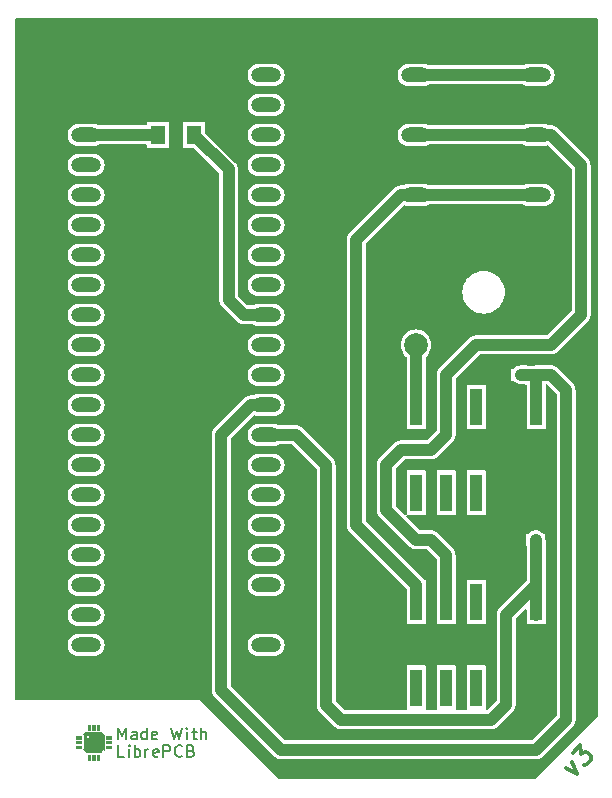
<source format=gbr>
G04 --- HEADER BEGIN --- *
%TF.GenerationSoftware,LibrePCB,LibrePCB,0.1.1-unstable*%
%TF.CreationDate,2019-07-14T01:55:39*%
%TF.ProjectId,desklift - other_routing,146e283d-8dba-42bd-9080-c603e88aa634,v3*%
%TF.Part,Single*%
%FSLAX66Y66*%
%MOMM*%
G01*
G74*
G04 --- HEADER END --- *
G04 --- APERTURE LIST BEGIN --- *
%ADD10R,1.0X3.16*%
%ADD11O,2.54X1.27*%
%ADD12R,1.25X1.65*%
%ADD13C,0.0*%
%ADD14C,0.2*%
%ADD15R,1.0X0.45*%
%ADD16C,2.0*%
%ADD17C,1.0*%
%ADD18C,0.3*%
G04 --- APERTURE LIST END --- *
G04 --- BOARD BEGIN --- *
D10*
X44450480Y-33210464D03*
X44450480Y-40450464D03*
X39370480Y-33210464D03*
X36830480Y-33210464D03*
X34290480Y-33210464D03*
X34290480Y-40450464D03*
X36830480Y-40450464D03*
X39370480Y-40450464D03*
D11*
X34290432Y-5080128D03*
X34290432Y-15240128D03*
X34290432Y-10160128D03*
D10*
X44450480Y-49720672D03*
X44450480Y-56960672D03*
X39370480Y-49720672D03*
X36830480Y-49720672D03*
X34290480Y-49720672D03*
X34290480Y-56960672D03*
X36830480Y-56960672D03*
X39370480Y-56960672D03*
D12*
X15495176Y-10160128D03*
X12445176Y-10160128D03*
D13*
X8045088Y-61895776D02*
X8465088Y-61895776D01*
X8465088Y-62095776D01*
X8045088Y-62095776D01*
X8045088Y-61895776D01*
G36*
X8045088Y-61895776D02*
X8465088Y-61895776D01*
X8465088Y-62095776D01*
X8045088Y-62095776D01*
X8045088Y-61895776D01*
G37*
X6885088Y-60535776D02*
X7085088Y-60535776D01*
X7085088Y-60115776D01*
X6885088Y-60115776D01*
X6885088Y-60535776D01*
G36*
X6885088Y-60535776D02*
X7085088Y-60535776D01*
X7085088Y-60115776D01*
X6885088Y-60115776D01*
X6885088Y-60535776D01*
G37*
X6485088Y-60535776D02*
X6685088Y-60535776D01*
X6685088Y-60115776D01*
X6485088Y-60115776D01*
X6485088Y-60535776D01*
G36*
X6485088Y-60535776D02*
X6685088Y-60535776D01*
X6685088Y-60115776D01*
X6485088Y-60115776D01*
X6485088Y-60535776D01*
G37*
X5925088Y-61095776D02*
X5505088Y-61095776D01*
X5505088Y-61295776D01*
X5925088Y-61295776D01*
X5925088Y-61095776D01*
G36*
X5925088Y-61095776D02*
X5505088Y-61095776D01*
X5505088Y-61295776D01*
X5925088Y-61295776D01*
X5925088Y-61095776D01*
G37*
X6885088Y-62655776D02*
X7085088Y-62655776D01*
X7085088Y-63075776D01*
X6885088Y-63075776D01*
X6885088Y-62655776D01*
G36*
X6885088Y-62655776D02*
X7085088Y-62655776D01*
X7085088Y-63075776D01*
X6885088Y-63075776D01*
X6885088Y-62655776D01*
G37*
X6350088Y-60748776D02*
X7620088Y-60748776D01*
G02*
X7832088Y-60960776I0J212000D01*
G01*
X7832088Y-62230776D01*
G02*
X7620088Y-62442776I212000J0D01*
G01*
X6350088Y-62442776D01*
G02*
X6138088Y-62230776I0J212000D01*
G01*
X6138088Y-61130776D01*
X6353088Y-61130776D01*
G03*
X6520088Y-61297776I167000J0D01*
G01*
G03*
X6687088Y-61130776I0J167000D01*
G01*
G03*
X6520088Y-60963776I167000J0D01*
G01*
G03*
X6353088Y-61130776I0J167000D01*
G01*
X6138088Y-61130776D01*
X6138088Y-60960776D01*
G02*
X6350088Y-60748776I212000J0D01*
G01*
G36*
X6350088Y-60748776D02*
X7620088Y-60748776D01*
G02*
X7832088Y-60960776I0J212000D01*
G01*
X7832088Y-62230776D01*
G02*
X7620088Y-62442776I212000J0D01*
G01*
X6350088Y-62442776D01*
G02*
X6138088Y-62230776I0J212000D01*
G01*
X6138088Y-61130776D01*
X6353088Y-61130776D01*
G03*
X6520088Y-61297776I167000J0D01*
G01*
G03*
X6687088Y-61130776I0J167000D01*
G01*
G03*
X6520088Y-60963776I167000J0D01*
G01*
G03*
X6353088Y-61130776I0J167000D01*
G01*
X6138088Y-61130776D01*
X6138088Y-60960776D01*
G02*
X6350088Y-60748776I212000J0D01*
G01*
G37*
X8045088Y-61095776D02*
X8465088Y-61095776D01*
X8465088Y-61295776D01*
X8045088Y-61295776D01*
X8045088Y-61095776D01*
G36*
X8045088Y-61095776D02*
X8465088Y-61095776D01*
X8465088Y-61295776D01*
X8045088Y-61295776D01*
X8045088Y-61095776D01*
G37*
X7285088Y-60535776D02*
X7485088Y-60535776D01*
X7485088Y-60115776D01*
X7285088Y-60115776D01*
X7285088Y-60535776D01*
G36*
X7285088Y-60535776D02*
X7485088Y-60535776D01*
X7485088Y-60115776D01*
X7285088Y-60115776D01*
X7285088Y-60535776D01*
G37*
X5925088Y-61495776D02*
X5505088Y-61495776D01*
X5505088Y-61695776D01*
X5925088Y-61695776D01*
X5925088Y-61495776D01*
G36*
X5925088Y-61495776D02*
X5505088Y-61495776D01*
X5505088Y-61695776D01*
X5925088Y-61695776D01*
X5925088Y-61495776D01*
G37*
X6485088Y-62655776D02*
X6685088Y-62655776D01*
X6685088Y-63075776D01*
X6485088Y-63075776D01*
X6485088Y-62655776D01*
G36*
X6485088Y-62655776D02*
X6685088Y-62655776D01*
X6685088Y-63075776D01*
X6485088Y-63075776D01*
X6485088Y-62655776D01*
G37*
X5925088Y-61895776D02*
X5505088Y-61895776D01*
X5505088Y-62095776D01*
X5925088Y-62095776D01*
X5925088Y-61895776D01*
G36*
X5925088Y-61895776D02*
X5505088Y-61895776D01*
X5505088Y-62095776D01*
X5925088Y-62095776D01*
X5925088Y-61895776D01*
G37*
X7285088Y-62655776D02*
X7485088Y-62655776D01*
X7485088Y-63075776D01*
X7285088Y-63075776D01*
X7285088Y-62655776D01*
G36*
X7285088Y-62655776D02*
X7485088Y-62655776D01*
X7485088Y-63075776D01*
X7285088Y-63075776D01*
X7285088Y-62655776D01*
G37*
X8045088Y-61495776D02*
X8465088Y-61495776D01*
X8465088Y-61695776D01*
X8045088Y-61695776D01*
X8045088Y-61495776D01*
G36*
X8045088Y-61495776D02*
X8465088Y-61495776D01*
X8465088Y-61695776D01*
X8045088Y-61695776D01*
X8045088Y-61495776D01*
G37*
D14*
X9085088Y-61355776D02*
X9085088Y-60355776D01*
X9418421Y-61070220D01*
X9751755Y-60355776D01*
X9751755Y-61355776D01*
X10628422Y-61355776D02*
X10628422Y-60832443D01*
X10580644Y-60736887D01*
X10485088Y-60689109D01*
X10295088Y-60689109D01*
X10199533Y-60736887D01*
X10628422Y-61307998D02*
X10532866Y-61355776D01*
X10295088Y-61355776D01*
X10199533Y-61307998D01*
X10151755Y-61212443D01*
X10151755Y-61117998D01*
X10199533Y-61022443D01*
X10295088Y-60974665D01*
X10532866Y-60974665D01*
X10628422Y-60926887D01*
X11505089Y-61355776D02*
X11505089Y-60355776D01*
X11505089Y-61307998D02*
X11409533Y-61355776D01*
X11218422Y-61355776D01*
X11123978Y-61307998D01*
X11076200Y-61260220D01*
X11028422Y-61165776D01*
X11028422Y-60879109D01*
X11076200Y-60784665D01*
X11123978Y-60736887D01*
X11218422Y-60689109D01*
X11409533Y-60689109D01*
X11505089Y-60736887D01*
X12333978Y-61307998D02*
X12238422Y-61355776D01*
X12048422Y-61355776D01*
X11952867Y-61307998D01*
X11905089Y-61212443D01*
X11905089Y-60832443D01*
X11952867Y-60736887D01*
X12048422Y-60689109D01*
X12238422Y-60689109D01*
X12333978Y-60736887D01*
X12381756Y-60832443D01*
X12381756Y-60926887D01*
X11905089Y-61022443D01*
X13581755Y-60355776D02*
X13819533Y-61355776D01*
X14010644Y-60641332D01*
X14200644Y-61355776D01*
X14438422Y-60355776D01*
X14886200Y-61355776D02*
X14886200Y-60689109D01*
X14886200Y-60355776D02*
X14838422Y-60403554D01*
X14886200Y-60451332D01*
X14933978Y-60403554D01*
X14886200Y-60355776D01*
X14886200Y-60451332D01*
X15333978Y-60689109D02*
X15715089Y-60689109D01*
X15477311Y-60355776D02*
X15477311Y-61212443D01*
X15523978Y-61307998D01*
X15619534Y-61355776D01*
X15715089Y-61355776D01*
X16115089Y-61355776D02*
X16115089Y-60355776D01*
X16543978Y-61355776D02*
X16543978Y-60832443D01*
X16496200Y-60736887D01*
X16400645Y-60689109D01*
X16258422Y-60689109D01*
X16162867Y-60736887D01*
X16115089Y-60784665D01*
X9561755Y-62835776D02*
X9085088Y-62835776D01*
X9085088Y-61835776D01*
X10009533Y-62835776D02*
X10009533Y-62169109D01*
X10009533Y-61835776D02*
X9961755Y-61883554D01*
X10009533Y-61931332D01*
X10057311Y-61883554D01*
X10009533Y-61835776D01*
X10009533Y-61931332D01*
X10457311Y-62835776D02*
X10457311Y-61835776D01*
X10457311Y-62216887D02*
X10552867Y-62169109D01*
X10742867Y-62169109D01*
X10838422Y-62216887D01*
X10886200Y-62264665D01*
X10933978Y-62359109D01*
X10933978Y-62645776D01*
X10886200Y-62740220D01*
X10838422Y-62787998D01*
X10742867Y-62835776D01*
X10552867Y-62835776D01*
X10457311Y-62787998D01*
X11333978Y-62835776D02*
X11333978Y-62169109D01*
X11333978Y-62359109D02*
X11381756Y-62264665D01*
X11429534Y-62216887D01*
X11523978Y-62169109D01*
X11619534Y-62169109D01*
X12448423Y-62787998D02*
X12352867Y-62835776D01*
X12162867Y-62835776D01*
X12067312Y-62787998D01*
X12019534Y-62692443D01*
X12019534Y-62312443D01*
X12067312Y-62216887D01*
X12162867Y-62169109D01*
X12352867Y-62169109D01*
X12448423Y-62216887D01*
X12496201Y-62312443D01*
X12496201Y-62406887D01*
X12019534Y-62502443D01*
X12896201Y-62835776D02*
X12896201Y-61835776D01*
X13277312Y-61835776D01*
X13372868Y-61883554D01*
X13419534Y-61931332D01*
X13467312Y-62025776D01*
X13467312Y-62169109D01*
X13419534Y-62264665D01*
X13372868Y-62312443D01*
X13277312Y-62359109D01*
X12896201Y-62359109D01*
X14486201Y-62740220D02*
X14438423Y-62787998D01*
X14296201Y-62835776D01*
X14200645Y-62835776D01*
X14057312Y-62787998D01*
X13962868Y-62692443D01*
X13915090Y-62597998D01*
X13867312Y-62406887D01*
X13867312Y-62264665D01*
X13915090Y-62073554D01*
X13962868Y-61979109D01*
X14057312Y-61883554D01*
X14200645Y-61835776D01*
X14296201Y-61835776D01*
X14438423Y-61883554D01*
X14486201Y-61931332D01*
X15219534Y-62312443D02*
X15362868Y-62359109D01*
X15409534Y-62406887D01*
X15457312Y-62502443D01*
X15457312Y-62645776D01*
X15409534Y-62740220D01*
X15362868Y-62787998D01*
X15267312Y-62835776D01*
X14886201Y-62835776D01*
X14886201Y-61835776D01*
X15219534Y-61835776D01*
X15315090Y-61883554D01*
X15362868Y-61931332D01*
X15409534Y-62025776D01*
X15409534Y-62121332D01*
X15362868Y-62216887D01*
X15315090Y-62264665D01*
X15219534Y-62312443D01*
X14886201Y-62312443D01*
D11*
X44450560Y-5080128D03*
X44450560Y-15240128D03*
X44450560Y-10160128D03*
D15*
X44435544Y-44450560D03*
X41925544Y-44450560D03*
D11*
X6349216Y-43181376D03*
X6349216Y-17781376D03*
X6349216Y-7621376D03*
X6349216Y-12701376D03*
X21589216Y-27941376D03*
X21589216Y-12701376D03*
X6349216Y-30481376D03*
X6349216Y-50801376D03*
X6349216Y-40641376D03*
X21589216Y-5081376D03*
X21589216Y-30481376D03*
X6349216Y-22861376D03*
X21589216Y-53341376D03*
X21589216Y-22861376D03*
X6349216Y-15241376D03*
X21589216Y-33021376D03*
X6349216Y-53341376D03*
X21589216Y-7621376D03*
X6349216Y-27941376D03*
X21589216Y-25401376D03*
X21589216Y-40641376D03*
X6349216Y-45721376D03*
X6349216Y-38101376D03*
X21589216Y-48261376D03*
X6349216Y-20321376D03*
X21589216Y-17781376D03*
X6349216Y-5081376D03*
X6349216Y-35561376D03*
X6349216Y-33021376D03*
X21589216Y-10161376D03*
X21589216Y-15241376D03*
X21589216Y-20321376D03*
X6349216Y-48261376D03*
X21589216Y-43181376D03*
X21589216Y-38101376D03*
X21589216Y-45721376D03*
X6349216Y-25401376D03*
X21589216Y-50801376D03*
X21589216Y-35561376D03*
X6349216Y-10161376D03*
D15*
X43165528Y-30480384D03*
X40655528Y-30480384D03*
D16*
X34290432Y-27940352D03*
D17*
X44450560Y-30480384D02*
X44450560Y-31750400D01*
X43165528Y-30480384D02*
X44450560Y-30495400D01*
X46990592Y-31750400D02*
X45720576Y-30480384D01*
X17780224Y-36830464D02*
X17780224Y-35560448D01*
X46990592Y-35560448D02*
X46990592Y-59690752D01*
X45720576Y-30480384D02*
X44450560Y-30480384D01*
X44450480Y-33210464D02*
X44450560Y-31750400D01*
X44450560Y-30480384D02*
X44450560Y-30495400D01*
X17780224Y-57150720D02*
X17780224Y-36830464D01*
X46990592Y-59690752D02*
X44450560Y-62230784D01*
X22860288Y-62230784D02*
X17780224Y-57150720D01*
X21589216Y-33021376D02*
X20320256Y-33020416D01*
X46990592Y-35560448D02*
X46990592Y-31750400D01*
X44450560Y-62230784D02*
X22860288Y-62230784D01*
X17780224Y-35560448D02*
X20320256Y-33020416D01*
X44435544Y-44450560D02*
X44450560Y-44465576D01*
X41910528Y-58420736D02*
X40640512Y-59690752D01*
X41910528Y-50800640D02*
X41910528Y-55880704D01*
X44450560Y-44465576D02*
X44450560Y-48260608D01*
X44450480Y-49720672D02*
X44450560Y-50800640D01*
X44450560Y-48260608D02*
X44450560Y-50800640D01*
X24130304Y-35560448D02*
X26670336Y-38100480D01*
X22860288Y-35560448D02*
X24130304Y-35560448D01*
X26670336Y-58420736D02*
X26670336Y-55880704D01*
X41910528Y-55880704D02*
X41910528Y-58420736D01*
X41910528Y-50800640D02*
X44450560Y-48260608D01*
X27940352Y-59690752D02*
X26670336Y-58420736D01*
X21589216Y-35561376D02*
X21590144Y-35560448D01*
X21590144Y-35560448D02*
X22860288Y-35560448D01*
X40640512Y-59690752D02*
X27940352Y-59690752D01*
X26670336Y-38100480D02*
X26670336Y-55880704D01*
X34290432Y-27940352D02*
X34290432Y-33210416D01*
X44450560Y-5080128D02*
X34290496Y-5080064D01*
X34290432Y-5080128D02*
X34290496Y-5080064D01*
X34290480Y-33210464D02*
X34290480Y-33020368D01*
X34290480Y-33020368D02*
X34290432Y-33210416D01*
X35560448Y-36830464D02*
X36830464Y-35560448D01*
X34290432Y-44450560D02*
X31750400Y-41910528D01*
X31750400Y-41910528D02*
X31750400Y-38100480D01*
X36830480Y-33210464D02*
X36830480Y-33020400D01*
X36830480Y-49720672D02*
X36830464Y-49530624D01*
X35560448Y-44450560D02*
X34290432Y-44450560D01*
X48260608Y-12700160D02*
X45720576Y-10160128D01*
X36830480Y-33020400D02*
X36830464Y-33210448D01*
X44450560Y-27940352D02*
X45720576Y-27940352D01*
X36830464Y-48450640D02*
X36830464Y-49530624D01*
X44450560Y-10160128D02*
X34290432Y-10160128D01*
X36830464Y-30480384D02*
X39370496Y-27940352D01*
X36830464Y-45720576D02*
X35560448Y-44450560D01*
X45720576Y-27940352D02*
X48260608Y-25400320D01*
X36830464Y-33210448D02*
X36830464Y-30480384D01*
X36830464Y-48450640D02*
X36830464Y-45720576D01*
X31750400Y-38100480D02*
X33020416Y-36830464D01*
X48260608Y-12700160D02*
X48260608Y-25400320D01*
X45720576Y-10160128D02*
X44450560Y-10160128D01*
X33020416Y-36830464D02*
X35560448Y-36830464D01*
X36830464Y-33210448D02*
X36830464Y-35560448D01*
X39370496Y-27940352D02*
X44450560Y-27940352D01*
X29210368Y-43180544D02*
X33020416Y-46990592D01*
X34290432Y-48260608D02*
X34290432Y-49530624D01*
X33020416Y-15240192D02*
X34290496Y-15240192D01*
X34290432Y-15240128D02*
X34290496Y-15240192D01*
X29210368Y-22860288D02*
X29210368Y-19050240D01*
X33020416Y-46990592D02*
X34290432Y-48260608D01*
X29210368Y-43180544D02*
X29210368Y-22860288D01*
X34290480Y-49720672D02*
X34290432Y-49530624D01*
X44450560Y-15240128D02*
X34290496Y-15240192D01*
X29210368Y-19050240D02*
X33020416Y-15240192D01*
X12445176Y-10160128D02*
X6350464Y-10160128D01*
X6349216Y-10161376D02*
X6350464Y-10160128D01*
X21589216Y-25401376D02*
X19685248Y-25400320D01*
X18415232Y-13080184D02*
X18415232Y-24130304D01*
X18415232Y-24130304D02*
X19685248Y-25400320D01*
X15495176Y-10160128D02*
X18415232Y-13080184D01*
D13*
G36*
X44329289Y-64670711D02*
X49670711Y-59329289D01*
X49700000Y-59258578D01*
X49700000Y-400000D01*
X49680500Y-340673D01*
X49600000Y-300000D01*
X400000Y-300000D01*
X340673Y-319500D01*
X300000Y-400000D01*
X300000Y-57900000D01*
X319500Y-57959327D01*
X400000Y-58000000D01*
X5716666Y-58000000D01*
X5716666Y-54276376D01*
X5711773Y-54276135D01*
X5536701Y-54258892D01*
X5527100Y-54256983D01*
X5361104Y-54206628D01*
X5352077Y-54202889D01*
X5199091Y-54121117D01*
X5190959Y-54115683D01*
X5056869Y-54005637D01*
X5049954Y-53998722D01*
X4939908Y-53864632D01*
X4934474Y-53856500D01*
X4852702Y-53703514D01*
X4848963Y-53694487D01*
X4798607Y-53528487D01*
X4796700Y-53518898D01*
X4779697Y-53346260D01*
X4779697Y-53336492D01*
X4796700Y-53163853D01*
X4798607Y-53154264D01*
X4848963Y-52988264D01*
X4852702Y-52979237D01*
X4934474Y-52826251D01*
X4939908Y-52818119D01*
X5049954Y-52684029D01*
X5056869Y-52677114D01*
X5190959Y-52567068D01*
X5199091Y-52561634D01*
X5352077Y-52479862D01*
X5361104Y-52476123D01*
X5527104Y-52425767D01*
X5536693Y-52423860D01*
X5711776Y-52406616D01*
X5716666Y-52406376D01*
X5716666Y-51736376D01*
X5711773Y-51736135D01*
X5536701Y-51718892D01*
X5527100Y-51716983D01*
X5361104Y-51666628D01*
X5352077Y-51662889D01*
X5199091Y-51581117D01*
X5190959Y-51575683D01*
X5056869Y-51465637D01*
X5049954Y-51458722D01*
X4939908Y-51324632D01*
X4934474Y-51316500D01*
X4852702Y-51163514D01*
X4848963Y-51154487D01*
X4798607Y-50988487D01*
X4796700Y-50978898D01*
X4779697Y-50806260D01*
X4779697Y-50796492D01*
X4796699Y-50623857D01*
X4798607Y-50614264D01*
X4848963Y-50448264D01*
X4852702Y-50439237D01*
X4934474Y-50286251D01*
X4939908Y-50278119D01*
X5049954Y-50144029D01*
X5056869Y-50137114D01*
X5190959Y-50027068D01*
X5199091Y-50021634D01*
X5352077Y-49939862D01*
X5361104Y-49936123D01*
X5527104Y-49885767D01*
X5536693Y-49883860D01*
X5711776Y-49866616D01*
X5716666Y-49866376D01*
X5716666Y-49196376D01*
X5711773Y-49196135D01*
X5536701Y-49178892D01*
X5527100Y-49176983D01*
X5361104Y-49126628D01*
X5352077Y-49122889D01*
X5199091Y-49041117D01*
X5190959Y-49035683D01*
X5056869Y-48925637D01*
X5049954Y-48918722D01*
X4939908Y-48784632D01*
X4934474Y-48776500D01*
X4852702Y-48623514D01*
X4848963Y-48614487D01*
X4798607Y-48448487D01*
X4796700Y-48438898D01*
X4779697Y-48266260D01*
X4779697Y-48256492D01*
X4796700Y-48083853D01*
X4798607Y-48074264D01*
X4848963Y-47908264D01*
X4852702Y-47899237D01*
X4934474Y-47746251D01*
X4939908Y-47738119D01*
X5049954Y-47604029D01*
X5056869Y-47597114D01*
X5190959Y-47487068D01*
X5199091Y-47481634D01*
X5352077Y-47399862D01*
X5361104Y-47396123D01*
X5527104Y-47345767D01*
X5536693Y-47343860D01*
X5711776Y-47326616D01*
X5716666Y-47326376D01*
X5716666Y-46656376D01*
X5711773Y-46656135D01*
X5536701Y-46638892D01*
X5527100Y-46636983D01*
X5361104Y-46586628D01*
X5352077Y-46582889D01*
X5199091Y-46501117D01*
X5190959Y-46495683D01*
X5056869Y-46385637D01*
X5049954Y-46378722D01*
X4939908Y-46244632D01*
X4934474Y-46236500D01*
X4852702Y-46083514D01*
X4848963Y-46074487D01*
X4798607Y-45908487D01*
X4796700Y-45898898D01*
X4779697Y-45726260D01*
X4779697Y-45716492D01*
X4796700Y-45543853D01*
X4798607Y-45534264D01*
X4848963Y-45368264D01*
X4852702Y-45359237D01*
X4934474Y-45206251D01*
X4939908Y-45198119D01*
X5049954Y-45064029D01*
X5056869Y-45057114D01*
X5190959Y-44947068D01*
X5199091Y-44941634D01*
X5352077Y-44859862D01*
X5361104Y-44856123D01*
X5527104Y-44805767D01*
X5536693Y-44803860D01*
X5711776Y-44786616D01*
X5716666Y-44786376D01*
X5716666Y-44116376D01*
X5711773Y-44116135D01*
X5536701Y-44098892D01*
X5527100Y-44096983D01*
X5361104Y-44046628D01*
X5352077Y-44042889D01*
X5199091Y-43961117D01*
X5190959Y-43955683D01*
X5056869Y-43845637D01*
X5049954Y-43838722D01*
X4939908Y-43704632D01*
X4934474Y-43696500D01*
X4852702Y-43543514D01*
X4848963Y-43534487D01*
X4798607Y-43368487D01*
X4796700Y-43358898D01*
X4779697Y-43186260D01*
X4779697Y-43176492D01*
X4796700Y-43003853D01*
X4798607Y-42994264D01*
X4848963Y-42828264D01*
X4852702Y-42819237D01*
X4934474Y-42666251D01*
X4939908Y-42658119D01*
X5049954Y-42524029D01*
X5056869Y-42517114D01*
X5190959Y-42407068D01*
X5199091Y-42401634D01*
X5352077Y-42319862D01*
X5361104Y-42316123D01*
X5527104Y-42265767D01*
X5536693Y-42263860D01*
X5711776Y-42246616D01*
X5716666Y-42246376D01*
X5716666Y-41576376D01*
X5711773Y-41576135D01*
X5536701Y-41558892D01*
X5527100Y-41556983D01*
X5361104Y-41506628D01*
X5352077Y-41502889D01*
X5199091Y-41421117D01*
X5190959Y-41415683D01*
X5056869Y-41305637D01*
X5049954Y-41298722D01*
X4939908Y-41164632D01*
X4934474Y-41156500D01*
X4852702Y-41003514D01*
X4848963Y-40994487D01*
X4798607Y-40828487D01*
X4796700Y-40818898D01*
X4779697Y-40646260D01*
X4779697Y-40636492D01*
X4796700Y-40463853D01*
X4798607Y-40454264D01*
X4848963Y-40288264D01*
X4852702Y-40279237D01*
X4934474Y-40126251D01*
X4939908Y-40118119D01*
X5049954Y-39984029D01*
X5056869Y-39977114D01*
X5190959Y-39867068D01*
X5199091Y-39861634D01*
X5352077Y-39779862D01*
X5361104Y-39776123D01*
X5527104Y-39725767D01*
X5536693Y-39723860D01*
X5711776Y-39706616D01*
X5716666Y-39706376D01*
X5716666Y-39036376D01*
X5711773Y-39036135D01*
X5536701Y-39018892D01*
X5527100Y-39016983D01*
X5361104Y-38966628D01*
X5352077Y-38962889D01*
X5199091Y-38881117D01*
X5190959Y-38875683D01*
X5056869Y-38765637D01*
X5049954Y-38758722D01*
X4939908Y-38624632D01*
X4934474Y-38616500D01*
X4852702Y-38463514D01*
X4848963Y-38454487D01*
X4798607Y-38288487D01*
X4796700Y-38278898D01*
X4779697Y-38106260D01*
X4779697Y-38096492D01*
X4796700Y-37923853D01*
X4798607Y-37914264D01*
X4848963Y-37748264D01*
X4852702Y-37739237D01*
X4934474Y-37586251D01*
X4939908Y-37578119D01*
X5049954Y-37444029D01*
X5056869Y-37437114D01*
X5190959Y-37327068D01*
X5199091Y-37321634D01*
X5352077Y-37239862D01*
X5361104Y-37236123D01*
X5527104Y-37185767D01*
X5536693Y-37183860D01*
X5711776Y-37166616D01*
X5716666Y-37166376D01*
X5716666Y-36496376D01*
X5711773Y-36496135D01*
X5536701Y-36478892D01*
X5527100Y-36476983D01*
X5361104Y-36426628D01*
X5352077Y-36422889D01*
X5199091Y-36341117D01*
X5190959Y-36335683D01*
X5056869Y-36225637D01*
X5049954Y-36218722D01*
X4939908Y-36084632D01*
X4934474Y-36076500D01*
X4852702Y-35923514D01*
X4848963Y-35914487D01*
X4798607Y-35748487D01*
X4796700Y-35738898D01*
X4779697Y-35566260D01*
X4779697Y-35556492D01*
X4796700Y-35383853D01*
X4798607Y-35374264D01*
X4848963Y-35208264D01*
X4852702Y-35199237D01*
X4934474Y-35046251D01*
X4939908Y-35038119D01*
X5049954Y-34904029D01*
X5056869Y-34897114D01*
X5190959Y-34787068D01*
X5199091Y-34781634D01*
X5352077Y-34699862D01*
X5361104Y-34696123D01*
X5527104Y-34645767D01*
X5536693Y-34643860D01*
X5711776Y-34626616D01*
X5716666Y-34626376D01*
X5716666Y-33956376D01*
X5711773Y-33956135D01*
X5536701Y-33938892D01*
X5527100Y-33936983D01*
X5361104Y-33886628D01*
X5352077Y-33882889D01*
X5199091Y-33801117D01*
X5190959Y-33795683D01*
X5056869Y-33685637D01*
X5049954Y-33678722D01*
X4939908Y-33544632D01*
X4934474Y-33536500D01*
X4852702Y-33383514D01*
X4848963Y-33374487D01*
X4798607Y-33208487D01*
X4796700Y-33198898D01*
X4779697Y-33026260D01*
X4779697Y-33016492D01*
X4796700Y-32843853D01*
X4798607Y-32834264D01*
X4848963Y-32668264D01*
X4852702Y-32659237D01*
X4934474Y-32506251D01*
X4939908Y-32498119D01*
X5049954Y-32364029D01*
X5056869Y-32357114D01*
X5190959Y-32247068D01*
X5199091Y-32241634D01*
X5352077Y-32159862D01*
X5361104Y-32156123D01*
X5527104Y-32105767D01*
X5536693Y-32103860D01*
X5711776Y-32086616D01*
X5716666Y-32086376D01*
X5716666Y-31416376D01*
X5711773Y-31416135D01*
X5536701Y-31398892D01*
X5527100Y-31396983D01*
X5361104Y-31346628D01*
X5352077Y-31342889D01*
X5199091Y-31261117D01*
X5190959Y-31255683D01*
X5056869Y-31145637D01*
X5049954Y-31138722D01*
X4939908Y-31004632D01*
X4934474Y-30996500D01*
X4852702Y-30843514D01*
X4848963Y-30834487D01*
X4798607Y-30668487D01*
X4796700Y-30658898D01*
X4779697Y-30486260D01*
X4779697Y-30476492D01*
X4796700Y-30303853D01*
X4798607Y-30294264D01*
X4848963Y-30128264D01*
X4852702Y-30119237D01*
X4934474Y-29966251D01*
X4939908Y-29958119D01*
X5049954Y-29824029D01*
X5056869Y-29817114D01*
X5190959Y-29707068D01*
X5199091Y-29701634D01*
X5352077Y-29619862D01*
X5361104Y-29616123D01*
X5527104Y-29565767D01*
X5536693Y-29563860D01*
X5711776Y-29546616D01*
X5716666Y-29546376D01*
X5716666Y-28876376D01*
X5711773Y-28876135D01*
X5536701Y-28858892D01*
X5527100Y-28856983D01*
X5361104Y-28806628D01*
X5352077Y-28802889D01*
X5199091Y-28721117D01*
X5190959Y-28715683D01*
X5056869Y-28605637D01*
X5049954Y-28598722D01*
X4939908Y-28464632D01*
X4934474Y-28456500D01*
X4852702Y-28303514D01*
X4848963Y-28294487D01*
X4798607Y-28128487D01*
X4796700Y-28118898D01*
X4779697Y-27946260D01*
X4779697Y-27936492D01*
X4796700Y-27763853D01*
X4798607Y-27754264D01*
X4848963Y-27588264D01*
X4852702Y-27579237D01*
X4934474Y-27426251D01*
X4939908Y-27418119D01*
X5049954Y-27284029D01*
X5056869Y-27277114D01*
X5190959Y-27167068D01*
X5199091Y-27161634D01*
X5352077Y-27079862D01*
X5361104Y-27076123D01*
X5527104Y-27025767D01*
X5536693Y-27023860D01*
X5711776Y-27006616D01*
X5716666Y-27006376D01*
X5716666Y-26336376D01*
X5711773Y-26336135D01*
X5536701Y-26318892D01*
X5527100Y-26316983D01*
X5361104Y-26266628D01*
X5352077Y-26262889D01*
X5199091Y-26181117D01*
X5190959Y-26175683D01*
X5056869Y-26065637D01*
X5049954Y-26058722D01*
X4939908Y-25924632D01*
X4934474Y-25916500D01*
X4852702Y-25763514D01*
X4848963Y-25754487D01*
X4798607Y-25588487D01*
X4796700Y-25578898D01*
X4779697Y-25406260D01*
X4779697Y-25396492D01*
X4796700Y-25223853D01*
X4798607Y-25214264D01*
X4848963Y-25048264D01*
X4852702Y-25039237D01*
X4934474Y-24886251D01*
X4939908Y-24878119D01*
X5049954Y-24744029D01*
X5056869Y-24737114D01*
X5190959Y-24627068D01*
X5199091Y-24621634D01*
X5352077Y-24539862D01*
X5361104Y-24536123D01*
X5527104Y-24485767D01*
X5536693Y-24483860D01*
X5711776Y-24466616D01*
X5716666Y-24466376D01*
X5716666Y-23796376D01*
X5711773Y-23796135D01*
X5536701Y-23778892D01*
X5527100Y-23776983D01*
X5361104Y-23726628D01*
X5352077Y-23722889D01*
X5199091Y-23641117D01*
X5190959Y-23635683D01*
X5056869Y-23525637D01*
X5049954Y-23518722D01*
X4939908Y-23384632D01*
X4934474Y-23376500D01*
X4852702Y-23223514D01*
X4848963Y-23214487D01*
X4798607Y-23048487D01*
X4796700Y-23038898D01*
X4779697Y-22866260D01*
X4779697Y-22856492D01*
X4796700Y-22683853D01*
X4798607Y-22674264D01*
X4848963Y-22508264D01*
X4852702Y-22499237D01*
X4934474Y-22346251D01*
X4939908Y-22338119D01*
X5049954Y-22204029D01*
X5056869Y-22197114D01*
X5190959Y-22087068D01*
X5199091Y-22081634D01*
X5352077Y-21999862D01*
X5361104Y-21996123D01*
X5527104Y-21945767D01*
X5536693Y-21943860D01*
X5711776Y-21926616D01*
X5716666Y-21926376D01*
X5716666Y-21256376D01*
X5711773Y-21256135D01*
X5536701Y-21238892D01*
X5527100Y-21236983D01*
X5361104Y-21186628D01*
X5352077Y-21182889D01*
X5199091Y-21101117D01*
X5190959Y-21095683D01*
X5056869Y-20985637D01*
X5049954Y-20978722D01*
X4939908Y-20844632D01*
X4934474Y-20836500D01*
X4852702Y-20683514D01*
X4848963Y-20674487D01*
X4798607Y-20508487D01*
X4796700Y-20498898D01*
X4779697Y-20326260D01*
X4779697Y-20316492D01*
X4796700Y-20143853D01*
X4798607Y-20134264D01*
X4848963Y-19968264D01*
X4852702Y-19959237D01*
X4934474Y-19806251D01*
X4939908Y-19798119D01*
X5049954Y-19664029D01*
X5056869Y-19657114D01*
X5190959Y-19547068D01*
X5199091Y-19541634D01*
X5352077Y-19459862D01*
X5361104Y-19456123D01*
X5527104Y-19405767D01*
X5536693Y-19403860D01*
X5711776Y-19386616D01*
X5716666Y-19386376D01*
X5716666Y-18716376D01*
X5711773Y-18716135D01*
X5536701Y-18698892D01*
X5527100Y-18696983D01*
X5361104Y-18646628D01*
X5352077Y-18642889D01*
X5199091Y-18561117D01*
X5190959Y-18555683D01*
X5056869Y-18445637D01*
X5049954Y-18438722D01*
X4939908Y-18304632D01*
X4934474Y-18296500D01*
X4852702Y-18143514D01*
X4848963Y-18134487D01*
X4798607Y-17968487D01*
X4796700Y-17958898D01*
X4779697Y-17786260D01*
X4779697Y-17776492D01*
X4796700Y-17603853D01*
X4798607Y-17594264D01*
X4848963Y-17428264D01*
X4852702Y-17419237D01*
X4934474Y-17266251D01*
X4939908Y-17258119D01*
X5049954Y-17124029D01*
X5056869Y-17117114D01*
X5190959Y-17007068D01*
X5199091Y-17001634D01*
X5352077Y-16919862D01*
X5361104Y-16916123D01*
X5527104Y-16865767D01*
X5536693Y-16863860D01*
X5711776Y-16846616D01*
X5716666Y-16846376D01*
X5716666Y-16176376D01*
X5711773Y-16176135D01*
X5536701Y-16158892D01*
X5527100Y-16156983D01*
X5361104Y-16106628D01*
X5352077Y-16102889D01*
X5199091Y-16021117D01*
X5190959Y-16015683D01*
X5056869Y-15905637D01*
X5049954Y-15898722D01*
X4939908Y-15764632D01*
X4934474Y-15756500D01*
X4852702Y-15603514D01*
X4848963Y-15594487D01*
X4798607Y-15428487D01*
X4796700Y-15418898D01*
X4779697Y-15246260D01*
X4779697Y-15236492D01*
X4796700Y-15063853D01*
X4798607Y-15054264D01*
X4848963Y-14888264D01*
X4852702Y-14879237D01*
X4934474Y-14726251D01*
X4939908Y-14718119D01*
X5049954Y-14584029D01*
X5056869Y-14577114D01*
X5190959Y-14467068D01*
X5199091Y-14461634D01*
X5352077Y-14379862D01*
X5361104Y-14376123D01*
X5527104Y-14325767D01*
X5536693Y-14323860D01*
X5711776Y-14306616D01*
X5716666Y-14306376D01*
X5716666Y-13636376D01*
X5711773Y-13636135D01*
X5536701Y-13618892D01*
X5527100Y-13616983D01*
X5361104Y-13566628D01*
X5352077Y-13562889D01*
X5199091Y-13481117D01*
X5190959Y-13475683D01*
X5056869Y-13365637D01*
X5049954Y-13358722D01*
X4939908Y-13224632D01*
X4934474Y-13216500D01*
X4852702Y-13063514D01*
X4848963Y-13054487D01*
X4798607Y-12888487D01*
X4796700Y-12878898D01*
X4779697Y-12706260D01*
X4779697Y-12696492D01*
X4796700Y-12523853D01*
X4798607Y-12514264D01*
X4848963Y-12348264D01*
X4852702Y-12339237D01*
X4934474Y-12186251D01*
X4939908Y-12178119D01*
X5049954Y-12044029D01*
X5056869Y-12037114D01*
X5190959Y-11927068D01*
X5199091Y-11921634D01*
X5352077Y-11839862D01*
X5361104Y-11836123D01*
X5527104Y-11785767D01*
X5536693Y-11783860D01*
X5711776Y-11766616D01*
X5716673Y-11766376D01*
X6981759Y-11766376D01*
X6986656Y-11766616D01*
X7161738Y-11783860D01*
X7171327Y-11785767D01*
X7337327Y-11836123D01*
X7346354Y-11839862D01*
X7499340Y-11921634D01*
X7507472Y-11927068D01*
X7641562Y-12037114D01*
X7648477Y-12044029D01*
X7758523Y-12178119D01*
X7763957Y-12186251D01*
X7845729Y-12339237D01*
X7849468Y-12348264D01*
X7899823Y-12514260D01*
X7901732Y-12523861D01*
X7918734Y-12696482D01*
X7918734Y-12706270D01*
X7901732Y-12878890D01*
X7899823Y-12888491D01*
X7849468Y-13054487D01*
X7845729Y-13063514D01*
X7763957Y-13216500D01*
X7758523Y-13224632D01*
X7648477Y-13358722D01*
X7641562Y-13365637D01*
X7507472Y-13475683D01*
X7499340Y-13481117D01*
X7346354Y-13562889D01*
X7337327Y-13566628D01*
X7171331Y-13616983D01*
X7161730Y-13618892D01*
X6986659Y-13636135D01*
X6981766Y-13636376D01*
X5716666Y-13636376D01*
X5716666Y-14306376D01*
X5716673Y-14306376D01*
X6981759Y-14306376D01*
X6986656Y-14306616D01*
X7161738Y-14323860D01*
X7171327Y-14325767D01*
X7337327Y-14376123D01*
X7346354Y-14379862D01*
X7499340Y-14461634D01*
X7507472Y-14467068D01*
X7641562Y-14577114D01*
X7648477Y-14584029D01*
X7758523Y-14718119D01*
X7763957Y-14726251D01*
X7845729Y-14879237D01*
X7849468Y-14888264D01*
X7899823Y-15054260D01*
X7901732Y-15063861D01*
X7918734Y-15236482D01*
X7918734Y-15246270D01*
X7901732Y-15418890D01*
X7899823Y-15428491D01*
X7849468Y-15594487D01*
X7845729Y-15603514D01*
X7763957Y-15756500D01*
X7758523Y-15764632D01*
X7648477Y-15898722D01*
X7641562Y-15905637D01*
X7507472Y-16015683D01*
X7499340Y-16021117D01*
X7346354Y-16102889D01*
X7337327Y-16106628D01*
X7171331Y-16156983D01*
X7161730Y-16158892D01*
X6986659Y-16176135D01*
X6981766Y-16176376D01*
X5716666Y-16176376D01*
X5716666Y-16846376D01*
X5716673Y-16846376D01*
X6981759Y-16846376D01*
X6986656Y-16846616D01*
X7161738Y-16863860D01*
X7171327Y-16865767D01*
X7337327Y-16916123D01*
X7346354Y-16919862D01*
X7499340Y-17001634D01*
X7507472Y-17007068D01*
X7641562Y-17117114D01*
X7648477Y-17124029D01*
X7758523Y-17258119D01*
X7763957Y-17266251D01*
X7845729Y-17419237D01*
X7849468Y-17428264D01*
X7899823Y-17594260D01*
X7901732Y-17603861D01*
X7918734Y-17776482D01*
X7918734Y-17786270D01*
X7901732Y-17958890D01*
X7899823Y-17968491D01*
X7849468Y-18134487D01*
X7845729Y-18143514D01*
X7763957Y-18296500D01*
X7758523Y-18304632D01*
X7648477Y-18438722D01*
X7641562Y-18445637D01*
X7507472Y-18555683D01*
X7499340Y-18561117D01*
X7346354Y-18642889D01*
X7337327Y-18646628D01*
X7171331Y-18696983D01*
X7161730Y-18698892D01*
X6986659Y-18716135D01*
X6981766Y-18716376D01*
X5716666Y-18716376D01*
X5716666Y-19386376D01*
X5716673Y-19386376D01*
X6981759Y-19386376D01*
X6986656Y-19386616D01*
X7161738Y-19403860D01*
X7171327Y-19405767D01*
X7337327Y-19456123D01*
X7346354Y-19459862D01*
X7499340Y-19541634D01*
X7507472Y-19547068D01*
X7641562Y-19657114D01*
X7648477Y-19664029D01*
X7758523Y-19798119D01*
X7763957Y-19806251D01*
X7845729Y-19959237D01*
X7849468Y-19968264D01*
X7899823Y-20134260D01*
X7901732Y-20143861D01*
X7918734Y-20316482D01*
X7918734Y-20326270D01*
X7901732Y-20498890D01*
X7899823Y-20508491D01*
X7849468Y-20674487D01*
X7845729Y-20683514D01*
X7763957Y-20836500D01*
X7758523Y-20844632D01*
X7648477Y-20978722D01*
X7641562Y-20985637D01*
X7507472Y-21095683D01*
X7499340Y-21101117D01*
X7346354Y-21182889D01*
X7337327Y-21186628D01*
X7171331Y-21236983D01*
X7161730Y-21238892D01*
X6986659Y-21256135D01*
X6981766Y-21256376D01*
X5716666Y-21256376D01*
X5716666Y-21926376D01*
X5716673Y-21926376D01*
X6981759Y-21926376D01*
X6986656Y-21926616D01*
X7161738Y-21943860D01*
X7171327Y-21945767D01*
X7337327Y-21996123D01*
X7346354Y-21999862D01*
X7499340Y-22081634D01*
X7507472Y-22087068D01*
X7641562Y-22197114D01*
X7648477Y-22204029D01*
X7758523Y-22338119D01*
X7763957Y-22346251D01*
X7845729Y-22499237D01*
X7849468Y-22508264D01*
X7899823Y-22674260D01*
X7901732Y-22683861D01*
X7918734Y-22856482D01*
X7918734Y-22866270D01*
X7901732Y-23038890D01*
X7899823Y-23048491D01*
X7849468Y-23214487D01*
X7845729Y-23223514D01*
X7763957Y-23376500D01*
X7758523Y-23384632D01*
X7648477Y-23518722D01*
X7641562Y-23525637D01*
X7507472Y-23635683D01*
X7499340Y-23641117D01*
X7346354Y-23722889D01*
X7337327Y-23726628D01*
X7171331Y-23776983D01*
X7161730Y-23778892D01*
X6986659Y-23796135D01*
X6981766Y-23796376D01*
X5716666Y-23796376D01*
X5716666Y-24466376D01*
X5716673Y-24466376D01*
X6981759Y-24466376D01*
X6986656Y-24466616D01*
X7161738Y-24483860D01*
X7171327Y-24485767D01*
X7337327Y-24536123D01*
X7346354Y-24539862D01*
X7499340Y-24621634D01*
X7507472Y-24627068D01*
X7641562Y-24737114D01*
X7648477Y-24744029D01*
X7758523Y-24878119D01*
X7763957Y-24886251D01*
X7845729Y-25039237D01*
X7849468Y-25048264D01*
X7899823Y-25214260D01*
X7901732Y-25223861D01*
X7918734Y-25396482D01*
X7918734Y-25406270D01*
X7901732Y-25578890D01*
X7899823Y-25588491D01*
X7849468Y-25754487D01*
X7845729Y-25763514D01*
X7763957Y-25916500D01*
X7758523Y-25924632D01*
X7648477Y-26058722D01*
X7641562Y-26065637D01*
X7507472Y-26175683D01*
X7499340Y-26181117D01*
X7346354Y-26262889D01*
X7337327Y-26266628D01*
X7171331Y-26316983D01*
X7161730Y-26318892D01*
X6986659Y-26336135D01*
X6981766Y-26336376D01*
X5716666Y-26336376D01*
X5716666Y-27006376D01*
X5716673Y-27006376D01*
X6981759Y-27006376D01*
X6986656Y-27006616D01*
X7161738Y-27023860D01*
X7171327Y-27025767D01*
X7337327Y-27076123D01*
X7346354Y-27079862D01*
X7499340Y-27161634D01*
X7507472Y-27167068D01*
X7641562Y-27277114D01*
X7648477Y-27284029D01*
X7758523Y-27418119D01*
X7763957Y-27426251D01*
X7845729Y-27579237D01*
X7849468Y-27588264D01*
X7899823Y-27754260D01*
X7901732Y-27763861D01*
X7918734Y-27936482D01*
X7918734Y-27946270D01*
X7901732Y-28118890D01*
X7899823Y-28128491D01*
X7849468Y-28294487D01*
X7845729Y-28303514D01*
X7763957Y-28456500D01*
X7758523Y-28464632D01*
X7648477Y-28598722D01*
X7641562Y-28605637D01*
X7507472Y-28715683D01*
X7499340Y-28721117D01*
X7346354Y-28802889D01*
X7337327Y-28806628D01*
X7171331Y-28856983D01*
X7161730Y-28858892D01*
X6986659Y-28876135D01*
X6981766Y-28876376D01*
X5716666Y-28876376D01*
X5716666Y-29546376D01*
X5716673Y-29546376D01*
X6981759Y-29546376D01*
X6986656Y-29546616D01*
X7161738Y-29563860D01*
X7171327Y-29565767D01*
X7337327Y-29616123D01*
X7346354Y-29619862D01*
X7499340Y-29701634D01*
X7507472Y-29707068D01*
X7641562Y-29817114D01*
X7648477Y-29824029D01*
X7758523Y-29958119D01*
X7763957Y-29966251D01*
X7845729Y-30119237D01*
X7849468Y-30128264D01*
X7899823Y-30294260D01*
X7901732Y-30303861D01*
X7918734Y-30476482D01*
X7918734Y-30486270D01*
X7901732Y-30658890D01*
X7899823Y-30668491D01*
X7849468Y-30834487D01*
X7845729Y-30843514D01*
X7763957Y-30996500D01*
X7758523Y-31004632D01*
X7648477Y-31138722D01*
X7641562Y-31145637D01*
X7507472Y-31255683D01*
X7499340Y-31261117D01*
X7346354Y-31342889D01*
X7337327Y-31346628D01*
X7171331Y-31396983D01*
X7161730Y-31398892D01*
X6986659Y-31416135D01*
X6981766Y-31416376D01*
X5716666Y-31416376D01*
X5716666Y-32086376D01*
X5716673Y-32086376D01*
X6981759Y-32086376D01*
X6986656Y-32086616D01*
X7161738Y-32103860D01*
X7171327Y-32105767D01*
X7337327Y-32156123D01*
X7346354Y-32159862D01*
X7499340Y-32241634D01*
X7507472Y-32247068D01*
X7641562Y-32357114D01*
X7648477Y-32364029D01*
X7758523Y-32498119D01*
X7763957Y-32506251D01*
X7845729Y-32659237D01*
X7849468Y-32668264D01*
X7899823Y-32834260D01*
X7901732Y-32843861D01*
X7918734Y-33016482D01*
X7918734Y-33026270D01*
X7901732Y-33198890D01*
X7899823Y-33208491D01*
X7849468Y-33374487D01*
X7845729Y-33383514D01*
X7763957Y-33536500D01*
X7758523Y-33544632D01*
X7648477Y-33678722D01*
X7641562Y-33685637D01*
X7507472Y-33795683D01*
X7499340Y-33801117D01*
X7346354Y-33882889D01*
X7337327Y-33886628D01*
X7171331Y-33936983D01*
X7161730Y-33938892D01*
X6986659Y-33956135D01*
X6981766Y-33956376D01*
X5716666Y-33956376D01*
X5716666Y-34626376D01*
X5716673Y-34626376D01*
X6981759Y-34626376D01*
X6986656Y-34626616D01*
X7161738Y-34643860D01*
X7171327Y-34645767D01*
X7337327Y-34696123D01*
X7346354Y-34699862D01*
X7499340Y-34781634D01*
X7507472Y-34787068D01*
X7641562Y-34897114D01*
X7648477Y-34904029D01*
X7758523Y-35038119D01*
X7763957Y-35046251D01*
X7845729Y-35199237D01*
X7849468Y-35208264D01*
X7899823Y-35374260D01*
X7901732Y-35383861D01*
X7918734Y-35556482D01*
X7918734Y-35566270D01*
X7901732Y-35738890D01*
X7899823Y-35748491D01*
X7849468Y-35914487D01*
X7845729Y-35923514D01*
X7763957Y-36076500D01*
X7758523Y-36084632D01*
X7648477Y-36218722D01*
X7641562Y-36225637D01*
X7507472Y-36335683D01*
X7499340Y-36341117D01*
X7346354Y-36422889D01*
X7337327Y-36426628D01*
X7171331Y-36476983D01*
X7161730Y-36478892D01*
X6986659Y-36496135D01*
X6981766Y-36496376D01*
X5716666Y-36496376D01*
X5716666Y-37166376D01*
X5716673Y-37166376D01*
X6981759Y-37166376D01*
X6986656Y-37166616D01*
X7161738Y-37183860D01*
X7171327Y-37185767D01*
X7337327Y-37236123D01*
X7346354Y-37239862D01*
X7499340Y-37321634D01*
X7507472Y-37327068D01*
X7641562Y-37437114D01*
X7648477Y-37444029D01*
X7758523Y-37578119D01*
X7763957Y-37586251D01*
X7845729Y-37739237D01*
X7849468Y-37748264D01*
X7899823Y-37914260D01*
X7901732Y-37923861D01*
X7918734Y-38096482D01*
X7918734Y-38106270D01*
X7901732Y-38278890D01*
X7899823Y-38288491D01*
X7849468Y-38454487D01*
X7845729Y-38463514D01*
X7763957Y-38616500D01*
X7758523Y-38624632D01*
X7648477Y-38758722D01*
X7641562Y-38765637D01*
X7507472Y-38875683D01*
X7499340Y-38881117D01*
X7346354Y-38962889D01*
X7337327Y-38966628D01*
X7171331Y-39016983D01*
X7161730Y-39018892D01*
X6986659Y-39036135D01*
X6981766Y-39036376D01*
X5716666Y-39036376D01*
X5716666Y-39706376D01*
X5716673Y-39706376D01*
X6981759Y-39706376D01*
X6986656Y-39706616D01*
X7161738Y-39723860D01*
X7171327Y-39725767D01*
X7337327Y-39776123D01*
X7346354Y-39779862D01*
X7499340Y-39861634D01*
X7507472Y-39867068D01*
X7641562Y-39977114D01*
X7648477Y-39984029D01*
X7758523Y-40118119D01*
X7763957Y-40126251D01*
X7845729Y-40279237D01*
X7849468Y-40288264D01*
X7899823Y-40454260D01*
X7901732Y-40463861D01*
X7918734Y-40636482D01*
X7918734Y-40646270D01*
X7901732Y-40818890D01*
X7899823Y-40828491D01*
X7849468Y-40994487D01*
X7845729Y-41003514D01*
X7763957Y-41156500D01*
X7758523Y-41164632D01*
X7648477Y-41298722D01*
X7641562Y-41305637D01*
X7507472Y-41415683D01*
X7499340Y-41421117D01*
X7346354Y-41502889D01*
X7337327Y-41506628D01*
X7171331Y-41556983D01*
X7161730Y-41558892D01*
X6986659Y-41576135D01*
X6981766Y-41576376D01*
X5716666Y-41576376D01*
X5716666Y-42246376D01*
X5716673Y-42246376D01*
X6981759Y-42246376D01*
X6986656Y-42246616D01*
X7161738Y-42263860D01*
X7171327Y-42265767D01*
X7337327Y-42316123D01*
X7346354Y-42319862D01*
X7499340Y-42401634D01*
X7507472Y-42407068D01*
X7641562Y-42517114D01*
X7648477Y-42524029D01*
X7758523Y-42658119D01*
X7763957Y-42666251D01*
X7845729Y-42819237D01*
X7849468Y-42828264D01*
X7899823Y-42994260D01*
X7901732Y-43003861D01*
X7918734Y-43176482D01*
X7918734Y-43186270D01*
X7901732Y-43358890D01*
X7899823Y-43368491D01*
X7849468Y-43534487D01*
X7845729Y-43543514D01*
X7763957Y-43696500D01*
X7758523Y-43704632D01*
X7648477Y-43838722D01*
X7641562Y-43845637D01*
X7507472Y-43955683D01*
X7499340Y-43961117D01*
X7346354Y-44042889D01*
X7337327Y-44046628D01*
X7171331Y-44096983D01*
X7161730Y-44098892D01*
X6986659Y-44116135D01*
X6981766Y-44116376D01*
X5716666Y-44116376D01*
X5716666Y-44786376D01*
X5716673Y-44786376D01*
X6981759Y-44786376D01*
X6986656Y-44786616D01*
X7161738Y-44803860D01*
X7171327Y-44805767D01*
X7337327Y-44856123D01*
X7346354Y-44859862D01*
X7499340Y-44941634D01*
X7507472Y-44947068D01*
X7641562Y-45057114D01*
X7648477Y-45064029D01*
X7758523Y-45198119D01*
X7763957Y-45206251D01*
X7845729Y-45359237D01*
X7849468Y-45368264D01*
X7899823Y-45534260D01*
X7901732Y-45543861D01*
X7918734Y-45716482D01*
X7918734Y-45726270D01*
X7901732Y-45898890D01*
X7899823Y-45908491D01*
X7849468Y-46074487D01*
X7845729Y-46083514D01*
X7763957Y-46236500D01*
X7758523Y-46244632D01*
X7648477Y-46378722D01*
X7641562Y-46385637D01*
X7507472Y-46495683D01*
X7499340Y-46501117D01*
X7346354Y-46582889D01*
X7337327Y-46586628D01*
X7171331Y-46636983D01*
X7161730Y-46638892D01*
X6986659Y-46656135D01*
X6981766Y-46656376D01*
X5716666Y-46656376D01*
X5716666Y-47326376D01*
X5716673Y-47326376D01*
X6981759Y-47326376D01*
X6986656Y-47326616D01*
X7161738Y-47343860D01*
X7171327Y-47345767D01*
X7337327Y-47396123D01*
X7346354Y-47399862D01*
X7499340Y-47481634D01*
X7507472Y-47487068D01*
X7641562Y-47597114D01*
X7648477Y-47604029D01*
X7758523Y-47738119D01*
X7763957Y-47746251D01*
X7845729Y-47899237D01*
X7849468Y-47908264D01*
X7899823Y-48074260D01*
X7901732Y-48083861D01*
X7918734Y-48256482D01*
X7918734Y-48266270D01*
X7901732Y-48438890D01*
X7899823Y-48448491D01*
X7849468Y-48614487D01*
X7845729Y-48623514D01*
X7763957Y-48776500D01*
X7758523Y-48784632D01*
X7648477Y-48918722D01*
X7641562Y-48925637D01*
X7507472Y-49035683D01*
X7499340Y-49041117D01*
X7346354Y-49122889D01*
X7337327Y-49126628D01*
X7171331Y-49176983D01*
X7161730Y-49178892D01*
X6986659Y-49196135D01*
X6981766Y-49196376D01*
X5716666Y-49196376D01*
X5716666Y-49866376D01*
X5716673Y-49866376D01*
X6981759Y-49866376D01*
X6986656Y-49866616D01*
X7161738Y-49883860D01*
X7171327Y-49885767D01*
X7337327Y-49936123D01*
X7346354Y-49939862D01*
X7499340Y-50021634D01*
X7507472Y-50027068D01*
X7641562Y-50137114D01*
X7648477Y-50144029D01*
X7758523Y-50278119D01*
X7763957Y-50286251D01*
X7845729Y-50439237D01*
X7849468Y-50448264D01*
X7899823Y-50614260D01*
X7901732Y-50623861D01*
X7918734Y-50796482D01*
X7918734Y-50806270D01*
X7901732Y-50978890D01*
X7899823Y-50988491D01*
X7849468Y-51154487D01*
X7845729Y-51163514D01*
X7763957Y-51316500D01*
X7758523Y-51324632D01*
X7648477Y-51458722D01*
X7641562Y-51465637D01*
X7507472Y-51575683D01*
X7499340Y-51581117D01*
X7346354Y-51662889D01*
X7337327Y-51666628D01*
X7171331Y-51716983D01*
X7161730Y-51718892D01*
X6986659Y-51736135D01*
X6981766Y-51736376D01*
X5716666Y-51736376D01*
X5716666Y-52406376D01*
X5716673Y-52406376D01*
X6981759Y-52406376D01*
X6986656Y-52406616D01*
X7161738Y-52423860D01*
X7171327Y-52425767D01*
X7337327Y-52476123D01*
X7346354Y-52479862D01*
X7499340Y-52561634D01*
X7507472Y-52567068D01*
X7641562Y-52677114D01*
X7648477Y-52684029D01*
X7758523Y-52818119D01*
X7763957Y-52826251D01*
X7845729Y-52979237D01*
X7849468Y-52988264D01*
X7899823Y-53154260D01*
X7901732Y-53163861D01*
X7918734Y-53336482D01*
X7918734Y-53346270D01*
X7901732Y-53518890D01*
X7899823Y-53528491D01*
X7849468Y-53694487D01*
X7845729Y-53703514D01*
X7763957Y-53856500D01*
X7758523Y-53864632D01*
X7648477Y-53998722D01*
X7641562Y-54005637D01*
X7507472Y-54115683D01*
X7499340Y-54121117D01*
X7346354Y-54202889D01*
X7337327Y-54206628D01*
X7171331Y-54256983D01*
X7161730Y-54258892D01*
X6986659Y-54276135D01*
X6981766Y-54276376D01*
X5716666Y-54276376D01*
X5716666Y-58000000D01*
X11536189Y-58000000D01*
X11536189Y-11285128D01*
X11531424Y-11283562D01*
X11520176Y-11261300D01*
X11520176Y-11060128D01*
X11500676Y-11000801D01*
X11420176Y-10960128D01*
X7488821Y-10960128D01*
X7441681Y-10971936D01*
X7346354Y-11022889D01*
X7337327Y-11026628D01*
X7171331Y-11076983D01*
X7161730Y-11078892D01*
X6986659Y-11096135D01*
X6981766Y-11096376D01*
X5716666Y-11096376D01*
X5711773Y-11096135D01*
X5536701Y-11078892D01*
X5527100Y-11076983D01*
X5361104Y-11026628D01*
X5352077Y-11022889D01*
X5199091Y-10941117D01*
X5190959Y-10935683D01*
X5056869Y-10825637D01*
X5049954Y-10818722D01*
X4939908Y-10684632D01*
X4934474Y-10676500D01*
X4852702Y-10523514D01*
X4848963Y-10514487D01*
X4798607Y-10348487D01*
X4796700Y-10338898D01*
X4779697Y-10166260D01*
X4779697Y-10156492D01*
X4796700Y-9983853D01*
X4798607Y-9974264D01*
X4848963Y-9808264D01*
X4852702Y-9799237D01*
X4934474Y-9646251D01*
X4939908Y-9638119D01*
X5049954Y-9504029D01*
X5056869Y-9497114D01*
X5190959Y-9387068D01*
X5199091Y-9381634D01*
X5352077Y-9299862D01*
X5361104Y-9296123D01*
X5527104Y-9245767D01*
X5536693Y-9243860D01*
X5711776Y-9226616D01*
X5716673Y-9226376D01*
X6981759Y-9226376D01*
X6986656Y-9226616D01*
X7161738Y-9243860D01*
X7171327Y-9245767D01*
X7337327Y-9296123D01*
X7346354Y-9299862D01*
X7437013Y-9348320D01*
X7484153Y-9360128D01*
X11420176Y-9360128D01*
X11479503Y-9340628D01*
X11520176Y-9260128D01*
X11520176Y-9051141D01*
X11521742Y-9046376D01*
X11544004Y-9035128D01*
X13354163Y-9035128D01*
X13358928Y-9036694D01*
X13370176Y-9058956D01*
X13370176Y-11269115D01*
X13368610Y-11273880D01*
X13346348Y-11285128D01*
X11536189Y-11285128D01*
X11536189Y-58000000D01*
X15980109Y-58000000D01*
X16014064Y-58014064D01*
X22670711Y-64670711D01*
X22741422Y-64700000D01*
X22862911Y-64700000D01*
X22862911Y-63030784D01*
X22857679Y-63030510D01*
X22800424Y-63024492D01*
X22795205Y-63024081D01*
X22740372Y-63021207D01*
X22730074Y-63019576D01*
X22722460Y-63017536D01*
X22707030Y-63014676D01*
X22699172Y-63013850D01*
X22688970Y-63011682D01*
X22636694Y-62994697D01*
X22631678Y-62993211D01*
X22578655Y-62979002D01*
X22568926Y-62975268D01*
X22561903Y-62971689D01*
X22547398Y-62965681D01*
X22539886Y-62963240D01*
X22530360Y-62958999D01*
X22482775Y-62931526D01*
X22478175Y-62929029D01*
X22429250Y-62904100D01*
X22420502Y-62898419D01*
X22414373Y-62893456D01*
X22401449Y-62884574D01*
X22394600Y-62880619D01*
X22386166Y-62874492D01*
X22345323Y-62837716D01*
X22341340Y-62834315D01*
X22296640Y-62798118D01*
X22292753Y-62794619D01*
X17216389Y-57718255D01*
X17212890Y-57714368D01*
X17176693Y-57669668D01*
X17173292Y-57665685D01*
X17136515Y-57624841D01*
X17130388Y-57616407D01*
X17126433Y-57609558D01*
X17117551Y-57596634D01*
X17112588Y-57590505D01*
X17106907Y-57581757D01*
X17081978Y-57532832D01*
X17079481Y-57528232D01*
X17052008Y-57480647D01*
X17047767Y-57471121D01*
X17045326Y-57463609D01*
X17039318Y-57449104D01*
X17035739Y-57442081D01*
X17032005Y-57432352D01*
X17017796Y-57379329D01*
X17016310Y-57374313D01*
X16999325Y-57322037D01*
X16997157Y-57311835D01*
X16996331Y-57303977D01*
X16993471Y-57288547D01*
X16991430Y-57280932D01*
X16989800Y-57270636D01*
X16986926Y-57215795D01*
X16986515Y-57210575D01*
X16980498Y-57153329D01*
X16980224Y-57148098D01*
X16980224Y-35563070D01*
X16980498Y-35557839D01*
X16986517Y-35500576D01*
X16986928Y-35495356D01*
X16989801Y-35440529D01*
X16991431Y-35430237D01*
X16993472Y-35422619D01*
X16996331Y-35407191D01*
X16997157Y-35399331D01*
X16999324Y-35389135D01*
X17016311Y-35336854D01*
X17017798Y-35331835D01*
X17032008Y-35278805D01*
X17035738Y-35269086D01*
X17039320Y-35262057D01*
X17045328Y-35247552D01*
X17047767Y-35240045D01*
X17052010Y-35230515D01*
X17079472Y-35182949D01*
X17081969Y-35178350D01*
X17106907Y-35129409D01*
X17112588Y-35120661D01*
X17117554Y-35114528D01*
X17126441Y-35101596D01*
X17130388Y-35094760D01*
X17136517Y-35086324D01*
X17173280Y-35045495D01*
X17176680Y-35041514D01*
X17212889Y-34996800D01*
X17216389Y-34992912D01*
X19752717Y-32456584D01*
X19756614Y-32453075D01*
X19801614Y-32416636D01*
X19805541Y-32413285D01*
X19846618Y-32376354D01*
X19855069Y-32370224D01*
X19861599Y-32366460D01*
X19874597Y-32357534D01*
X19880466Y-32352781D01*
X19889213Y-32347100D01*
X19938490Y-32321993D01*
X19943026Y-32319532D01*
X19990881Y-32291951D01*
X20000401Y-32287721D01*
X20007583Y-32285393D01*
X20022150Y-32279365D01*
X20028888Y-32275932D01*
X20038621Y-32272196D01*
X20092020Y-32257888D01*
X20096970Y-32256424D01*
X20149538Y-32239387D01*
X20159734Y-32237228D01*
X20167241Y-32236445D01*
X20182750Y-32233577D01*
X20190039Y-32231624D01*
X20200343Y-32229992D01*
X20255537Y-32227099D01*
X20260680Y-32226696D01*
X20318252Y-32220689D01*
X20323484Y-32220419D01*
X20453476Y-32220517D01*
X20500690Y-32208709D01*
X20592068Y-32159867D01*
X20601112Y-32156120D01*
X20767104Y-32105767D01*
X20776693Y-32103860D01*
X20951776Y-32086616D01*
X20956666Y-32086376D01*
X20956666Y-31416376D01*
X20951773Y-31416135D01*
X20776701Y-31398892D01*
X20767100Y-31396983D01*
X20601104Y-31346628D01*
X20592077Y-31342889D01*
X20439091Y-31261117D01*
X20430959Y-31255683D01*
X20296869Y-31145637D01*
X20289954Y-31138722D01*
X20179908Y-31004632D01*
X20174474Y-30996500D01*
X20092702Y-30843514D01*
X20088963Y-30834487D01*
X20038607Y-30668487D01*
X20036700Y-30658898D01*
X20019697Y-30486260D01*
X20019697Y-30476492D01*
X20036700Y-30303853D01*
X20038607Y-30294264D01*
X20088963Y-30128264D01*
X20092702Y-30119237D01*
X20174474Y-29966251D01*
X20179908Y-29958119D01*
X20289954Y-29824029D01*
X20296869Y-29817114D01*
X20430959Y-29707068D01*
X20439091Y-29701634D01*
X20592077Y-29619862D01*
X20601104Y-29616123D01*
X20767104Y-29565767D01*
X20776693Y-29563860D01*
X20951776Y-29546616D01*
X20956666Y-29546376D01*
X20956666Y-28876376D01*
X20951773Y-28876135D01*
X20776701Y-28858892D01*
X20767100Y-28856983D01*
X20601104Y-28806628D01*
X20592077Y-28802889D01*
X20439091Y-28721117D01*
X20430959Y-28715683D01*
X20296869Y-28605637D01*
X20289954Y-28598722D01*
X20179908Y-28464632D01*
X20174474Y-28456500D01*
X20092702Y-28303514D01*
X20088963Y-28294487D01*
X20038607Y-28128487D01*
X20036700Y-28118898D01*
X20019697Y-27946260D01*
X20019697Y-27936492D01*
X20036700Y-27763853D01*
X20038607Y-27754264D01*
X20088963Y-27588264D01*
X20092702Y-27579237D01*
X20174474Y-27426251D01*
X20179908Y-27418119D01*
X20289954Y-27284029D01*
X20296869Y-27277114D01*
X20430959Y-27167068D01*
X20439091Y-27161634D01*
X20592077Y-27079862D01*
X20601104Y-27076123D01*
X20767104Y-27025767D01*
X20776693Y-27023860D01*
X20951776Y-27006616D01*
X20956666Y-27006376D01*
X20956666Y-26336376D01*
X20951773Y-26336135D01*
X20776701Y-26318892D01*
X20767100Y-26316983D01*
X20601112Y-26266631D01*
X20592068Y-26262884D01*
X20497902Y-26212552D01*
X20450818Y-26200744D01*
X19687428Y-26200320D01*
X19682193Y-26200043D01*
X19625199Y-26194021D01*
X19619926Y-26193604D01*
X19565330Y-26190742D01*
X19555036Y-26189112D01*
X19547164Y-26187003D01*
X19531798Y-26184151D01*
X19523697Y-26183295D01*
X19513500Y-26181121D01*
X19461522Y-26164200D01*
X19456448Y-26162695D01*
X19403607Y-26148537D01*
X19393886Y-26144805D01*
X19386625Y-26141105D01*
X19372170Y-26135113D01*
X19364441Y-26132598D01*
X19354914Y-26128350D01*
X19307583Y-26100988D01*
X19302935Y-26098463D01*
X19254204Y-26073633D01*
X19245464Y-26067958D01*
X19239122Y-26062822D01*
X19226241Y-26053964D01*
X19219194Y-26049890D01*
X19210770Y-26043763D01*
X19170171Y-26007166D01*
X19166147Y-26003728D01*
X19121599Y-25967654D01*
X19117712Y-25964155D01*
X17851400Y-24697843D01*
X17847899Y-24693955D01*
X17811673Y-24649219D01*
X17808272Y-24645237D01*
X17771523Y-24604424D01*
X17765397Y-24595992D01*
X17761452Y-24589159D01*
X17752560Y-24576221D01*
X17747593Y-24570088D01*
X17741918Y-24561349D01*
X17716983Y-24512411D01*
X17714484Y-24507810D01*
X17687016Y-24460234D01*
X17682778Y-24450714D01*
X17680336Y-24443199D01*
X17674328Y-24428694D01*
X17670743Y-24421660D01*
X17667014Y-24411944D01*
X17652801Y-24358901D01*
X17651314Y-24353881D01*
X17634333Y-24301618D01*
X17632165Y-24291417D01*
X17631340Y-24283566D01*
X17628480Y-24268134D01*
X17626440Y-24260520D01*
X17624808Y-24250215D01*
X17621934Y-24195379D01*
X17621523Y-24190159D01*
X17615506Y-24132913D01*
X17615232Y-24127682D01*
X17615232Y-13452977D01*
X17585943Y-13382266D01*
X15518094Y-11314417D01*
X15447383Y-11285128D01*
X14586189Y-11285128D01*
X14581424Y-11283562D01*
X14570176Y-11261300D01*
X14570176Y-9051141D01*
X14571742Y-9046376D01*
X14594004Y-9035128D01*
X16404163Y-9035128D01*
X16408928Y-9036694D01*
X16420176Y-9058956D01*
X16420176Y-9912335D01*
X16449465Y-9983046D01*
X18979068Y-12512649D01*
X18982567Y-12516536D01*
X19018781Y-12561257D01*
X19022182Y-12565240D01*
X19058940Y-12606063D01*
X19065067Y-12614497D01*
X19069016Y-12621336D01*
X19077901Y-12634264D01*
X19082867Y-12640397D01*
X19088549Y-12649147D01*
X19113486Y-12698086D01*
X19115983Y-12702685D01*
X19143445Y-12750251D01*
X19147688Y-12759781D01*
X19150127Y-12767288D01*
X19156135Y-12781793D01*
X19159717Y-12788822D01*
X19163451Y-12798549D01*
X19177670Y-12851615D01*
X19179158Y-12856635D01*
X19196130Y-12908869D01*
X19198297Y-12919064D01*
X19199124Y-12926926D01*
X19201983Y-12942349D01*
X19204025Y-12949972D01*
X19205656Y-12960267D01*
X19208531Y-13015120D01*
X19208942Y-13020339D01*
X19214958Y-13077575D01*
X19215232Y-13082807D01*
X19215232Y-23757511D01*
X19244521Y-23828222D01*
X19987538Y-24571239D01*
X20058194Y-24600528D01*
X20453065Y-24600747D01*
X20500260Y-24588939D01*
X20592077Y-24539862D01*
X20601104Y-24536123D01*
X20767104Y-24485767D01*
X20776693Y-24483860D01*
X20951776Y-24466616D01*
X20956666Y-24466376D01*
X20956666Y-23796376D01*
X20951773Y-23796135D01*
X20776701Y-23778892D01*
X20767100Y-23776983D01*
X20601104Y-23726628D01*
X20592077Y-23722889D01*
X20439091Y-23641117D01*
X20430959Y-23635683D01*
X20296869Y-23525637D01*
X20289954Y-23518722D01*
X20179908Y-23384632D01*
X20174474Y-23376500D01*
X20092702Y-23223514D01*
X20088963Y-23214487D01*
X20038607Y-23048487D01*
X20036700Y-23038898D01*
X20019697Y-22866260D01*
X20019697Y-22856492D01*
X20036700Y-22683853D01*
X20038607Y-22674264D01*
X20088963Y-22508264D01*
X20092702Y-22499237D01*
X20174474Y-22346251D01*
X20179908Y-22338119D01*
X20289954Y-22204029D01*
X20296869Y-22197114D01*
X20430959Y-22087068D01*
X20439091Y-22081634D01*
X20592077Y-21999862D01*
X20601104Y-21996123D01*
X20767104Y-21945767D01*
X20776693Y-21943860D01*
X20951776Y-21926616D01*
X20956666Y-21926376D01*
X20956666Y-21256376D01*
X20951773Y-21256135D01*
X20776701Y-21238892D01*
X20767100Y-21236983D01*
X20601104Y-21186628D01*
X20592077Y-21182889D01*
X20439091Y-21101117D01*
X20430959Y-21095683D01*
X20296869Y-20985637D01*
X20289954Y-20978722D01*
X20179908Y-20844632D01*
X20174474Y-20836500D01*
X20092702Y-20683514D01*
X20088963Y-20674487D01*
X20038607Y-20508487D01*
X20036700Y-20498898D01*
X20019697Y-20326260D01*
X20019697Y-20316492D01*
X20036700Y-20143853D01*
X20038607Y-20134264D01*
X20088963Y-19968264D01*
X20092702Y-19959237D01*
X20174474Y-19806251D01*
X20179908Y-19798119D01*
X20289954Y-19664029D01*
X20296869Y-19657114D01*
X20430959Y-19547068D01*
X20439091Y-19541634D01*
X20592077Y-19459862D01*
X20601104Y-19456123D01*
X20767104Y-19405767D01*
X20776693Y-19403860D01*
X20951776Y-19386616D01*
X20956666Y-19386376D01*
X20956666Y-18716376D01*
X20951773Y-18716135D01*
X20776701Y-18698892D01*
X20767100Y-18696983D01*
X20601104Y-18646628D01*
X20592077Y-18642889D01*
X20439091Y-18561117D01*
X20430959Y-18555683D01*
X20296869Y-18445637D01*
X20289954Y-18438722D01*
X20179908Y-18304632D01*
X20174474Y-18296500D01*
X20092702Y-18143514D01*
X20088963Y-18134487D01*
X20038607Y-17968487D01*
X20036700Y-17958898D01*
X20019697Y-17786260D01*
X20019697Y-17776492D01*
X20036700Y-17603853D01*
X20038607Y-17594264D01*
X20088963Y-17428264D01*
X20092702Y-17419237D01*
X20174474Y-17266251D01*
X20179908Y-17258119D01*
X20289954Y-17124029D01*
X20296869Y-17117114D01*
X20430959Y-17007068D01*
X20439091Y-17001634D01*
X20592077Y-16919862D01*
X20601104Y-16916123D01*
X20767104Y-16865767D01*
X20776693Y-16863860D01*
X20951776Y-16846616D01*
X20956666Y-16846376D01*
X20956666Y-16176376D01*
X20951773Y-16176135D01*
X20776701Y-16158892D01*
X20767100Y-16156983D01*
X20601104Y-16106628D01*
X20592077Y-16102889D01*
X20439091Y-16021117D01*
X20430959Y-16015683D01*
X20296869Y-15905637D01*
X20289954Y-15898722D01*
X20179908Y-15764632D01*
X20174474Y-15756500D01*
X20092702Y-15603514D01*
X20088963Y-15594487D01*
X20038607Y-15428487D01*
X20036700Y-15418898D01*
X20019697Y-15246260D01*
X20019697Y-15236492D01*
X20036700Y-15063853D01*
X20038607Y-15054264D01*
X20088963Y-14888264D01*
X20092702Y-14879237D01*
X20174474Y-14726251D01*
X20179908Y-14718119D01*
X20289954Y-14584029D01*
X20296869Y-14577114D01*
X20430959Y-14467068D01*
X20439091Y-14461634D01*
X20592077Y-14379862D01*
X20601104Y-14376123D01*
X20767104Y-14325767D01*
X20776693Y-14323860D01*
X20951776Y-14306616D01*
X20956666Y-14306376D01*
X20956666Y-13636376D01*
X20951773Y-13636135D01*
X20776701Y-13618892D01*
X20767100Y-13616983D01*
X20601104Y-13566628D01*
X20592077Y-13562889D01*
X20439091Y-13481117D01*
X20430959Y-13475683D01*
X20296869Y-13365637D01*
X20289954Y-13358722D01*
X20179908Y-13224632D01*
X20174474Y-13216500D01*
X20092702Y-13063514D01*
X20088963Y-13054487D01*
X20038607Y-12888487D01*
X20036700Y-12878898D01*
X20019697Y-12706260D01*
X20019697Y-12696492D01*
X20036700Y-12523853D01*
X20038607Y-12514264D01*
X20088963Y-12348264D01*
X20092702Y-12339237D01*
X20174474Y-12186251D01*
X20179908Y-12178119D01*
X20289954Y-12044029D01*
X20296869Y-12037114D01*
X20430959Y-11927068D01*
X20439091Y-11921634D01*
X20592077Y-11839862D01*
X20601104Y-11836123D01*
X20767104Y-11785767D01*
X20776693Y-11783860D01*
X20951776Y-11766616D01*
X20956666Y-11766376D01*
X20956666Y-11096376D01*
X20951773Y-11096135D01*
X20776701Y-11078892D01*
X20767100Y-11076983D01*
X20601104Y-11026628D01*
X20592077Y-11022889D01*
X20439091Y-10941117D01*
X20430959Y-10935683D01*
X20296869Y-10825637D01*
X20289954Y-10818722D01*
X20179908Y-10684632D01*
X20174474Y-10676500D01*
X20092702Y-10523514D01*
X20088963Y-10514487D01*
X20038607Y-10348487D01*
X20036700Y-10338898D01*
X20019697Y-10166260D01*
X20019697Y-10156492D01*
X20036700Y-9983853D01*
X20038607Y-9974264D01*
X20088963Y-9808264D01*
X20092702Y-9799237D01*
X20174474Y-9646251D01*
X20179908Y-9638119D01*
X20289954Y-9504029D01*
X20296869Y-9497114D01*
X20430959Y-9387068D01*
X20439091Y-9381634D01*
X20592077Y-9299862D01*
X20601104Y-9296123D01*
X20767104Y-9245767D01*
X20776693Y-9243860D01*
X20951776Y-9226616D01*
X20956666Y-9226376D01*
X20956666Y-8556376D01*
X20951773Y-8556135D01*
X20776701Y-8538892D01*
X20767100Y-8536983D01*
X20601104Y-8486628D01*
X20592077Y-8482889D01*
X20439091Y-8401117D01*
X20430959Y-8395683D01*
X20296869Y-8285637D01*
X20289954Y-8278722D01*
X20179908Y-8144632D01*
X20174474Y-8136500D01*
X20092702Y-7983514D01*
X20088963Y-7974487D01*
X20038607Y-7808487D01*
X20036700Y-7798898D01*
X20019697Y-7626260D01*
X20019697Y-7616492D01*
X20036700Y-7443853D01*
X20038607Y-7434264D01*
X20088963Y-7268264D01*
X20092702Y-7259237D01*
X20174474Y-7106251D01*
X20179908Y-7098119D01*
X20289954Y-6964029D01*
X20296869Y-6957114D01*
X20430959Y-6847068D01*
X20439091Y-6841634D01*
X20592077Y-6759862D01*
X20601104Y-6756123D01*
X20767104Y-6705767D01*
X20776693Y-6703860D01*
X20951776Y-6686616D01*
X20956666Y-6686376D01*
X20956666Y-6016376D01*
X20951773Y-6016135D01*
X20776701Y-5998892D01*
X20767100Y-5996983D01*
X20601104Y-5946628D01*
X20592077Y-5942889D01*
X20439091Y-5861117D01*
X20430959Y-5855683D01*
X20296869Y-5745637D01*
X20289954Y-5738722D01*
X20179908Y-5604632D01*
X20174474Y-5596500D01*
X20092702Y-5443514D01*
X20088963Y-5434487D01*
X20038607Y-5268487D01*
X20036700Y-5258898D01*
X20019697Y-5086260D01*
X20019697Y-5076492D01*
X20036700Y-4903853D01*
X20038607Y-4894264D01*
X20088963Y-4728264D01*
X20092702Y-4719237D01*
X20174474Y-4566251D01*
X20179908Y-4558119D01*
X20289954Y-4424029D01*
X20296869Y-4417114D01*
X20430959Y-4307068D01*
X20439091Y-4301634D01*
X20592077Y-4219862D01*
X20601104Y-4216123D01*
X20767104Y-4165767D01*
X20776693Y-4163860D01*
X20951776Y-4146616D01*
X20956673Y-4146376D01*
X22221759Y-4146376D01*
X22226656Y-4146616D01*
X22401738Y-4163860D01*
X22411327Y-4165767D01*
X22577327Y-4216123D01*
X22586354Y-4219862D01*
X22739340Y-4301634D01*
X22747472Y-4307068D01*
X22881562Y-4417114D01*
X22888477Y-4424029D01*
X22998523Y-4558119D01*
X23003957Y-4566251D01*
X23085729Y-4719237D01*
X23089468Y-4728264D01*
X23139823Y-4894260D01*
X23141732Y-4903861D01*
X23158734Y-5076482D01*
X23158734Y-5086270D01*
X23141732Y-5258890D01*
X23139823Y-5268491D01*
X23089468Y-5434487D01*
X23085729Y-5443514D01*
X23003957Y-5596500D01*
X22998523Y-5604632D01*
X22888477Y-5738722D01*
X22881562Y-5745637D01*
X22747472Y-5855683D01*
X22739340Y-5861117D01*
X22586354Y-5942889D01*
X22577327Y-5946628D01*
X22411331Y-5996983D01*
X22401730Y-5998892D01*
X22226659Y-6016135D01*
X22221766Y-6016376D01*
X20956666Y-6016376D01*
X20956666Y-6686376D01*
X20956673Y-6686376D01*
X22221759Y-6686376D01*
X22226656Y-6686616D01*
X22401738Y-6703860D01*
X22411327Y-6705767D01*
X22577327Y-6756123D01*
X22586354Y-6759862D01*
X22739340Y-6841634D01*
X22747472Y-6847068D01*
X22881562Y-6957114D01*
X22888477Y-6964029D01*
X22998523Y-7098119D01*
X23003957Y-7106251D01*
X23085729Y-7259237D01*
X23089468Y-7268264D01*
X23139823Y-7434260D01*
X23141732Y-7443861D01*
X23158734Y-7616482D01*
X23158734Y-7626270D01*
X23141732Y-7798890D01*
X23139823Y-7808491D01*
X23089468Y-7974487D01*
X23085729Y-7983514D01*
X23003957Y-8136500D01*
X22998523Y-8144632D01*
X22888477Y-8278722D01*
X22881562Y-8285637D01*
X22747472Y-8395683D01*
X22739340Y-8401117D01*
X22586354Y-8482889D01*
X22577327Y-8486628D01*
X22411331Y-8536983D01*
X22401730Y-8538892D01*
X22226659Y-8556135D01*
X22221766Y-8556376D01*
X20956666Y-8556376D01*
X20956666Y-9226376D01*
X20956673Y-9226376D01*
X22221759Y-9226376D01*
X22226656Y-9226616D01*
X22401738Y-9243860D01*
X22411327Y-9245767D01*
X22577327Y-9296123D01*
X22586354Y-9299862D01*
X22739340Y-9381634D01*
X22747472Y-9387068D01*
X22881562Y-9497114D01*
X22888477Y-9504029D01*
X22998523Y-9638119D01*
X23003957Y-9646251D01*
X23085729Y-9799237D01*
X23089468Y-9808264D01*
X23139823Y-9974260D01*
X23141732Y-9983861D01*
X23158734Y-10156482D01*
X23158734Y-10166270D01*
X23141732Y-10338890D01*
X23139823Y-10348491D01*
X23089468Y-10514487D01*
X23085729Y-10523514D01*
X23003957Y-10676500D01*
X22998523Y-10684632D01*
X22888477Y-10818722D01*
X22881562Y-10825637D01*
X22747472Y-10935683D01*
X22739340Y-10941117D01*
X22586354Y-11022889D01*
X22577327Y-11026628D01*
X22411331Y-11076983D01*
X22401730Y-11078892D01*
X22226659Y-11096135D01*
X22221766Y-11096376D01*
X20956666Y-11096376D01*
X20956666Y-11766376D01*
X20956673Y-11766376D01*
X22221759Y-11766376D01*
X22226656Y-11766616D01*
X22401738Y-11783860D01*
X22411327Y-11785767D01*
X22577327Y-11836123D01*
X22586354Y-11839862D01*
X22739340Y-11921634D01*
X22747472Y-11927068D01*
X22881562Y-12037114D01*
X22888477Y-12044029D01*
X22998523Y-12178119D01*
X23003957Y-12186251D01*
X23085729Y-12339237D01*
X23089468Y-12348264D01*
X23139823Y-12514260D01*
X23141732Y-12523861D01*
X23158734Y-12696482D01*
X23158734Y-12706270D01*
X23141732Y-12878890D01*
X23139823Y-12888491D01*
X23089468Y-13054487D01*
X23085729Y-13063514D01*
X23003957Y-13216500D01*
X22998523Y-13224632D01*
X22888477Y-13358722D01*
X22881562Y-13365637D01*
X22747472Y-13475683D01*
X22739340Y-13481117D01*
X22586354Y-13562889D01*
X22577327Y-13566628D01*
X22411331Y-13616983D01*
X22401730Y-13618892D01*
X22226659Y-13636135D01*
X22221766Y-13636376D01*
X20956666Y-13636376D01*
X20956666Y-14306376D01*
X20956673Y-14306376D01*
X22221759Y-14306376D01*
X22226656Y-14306616D01*
X22401738Y-14323860D01*
X22411327Y-14325767D01*
X22577327Y-14376123D01*
X22586354Y-14379862D01*
X22739340Y-14461634D01*
X22747472Y-14467068D01*
X22881562Y-14577114D01*
X22888477Y-14584029D01*
X22998523Y-14718119D01*
X23003957Y-14726251D01*
X23085729Y-14879237D01*
X23089468Y-14888264D01*
X23139823Y-15054260D01*
X23141732Y-15063861D01*
X23158734Y-15236482D01*
X23158734Y-15246270D01*
X23141732Y-15418890D01*
X23139823Y-15428491D01*
X23089468Y-15594487D01*
X23085729Y-15603514D01*
X23003957Y-15756500D01*
X22998523Y-15764632D01*
X22888477Y-15898722D01*
X22881562Y-15905637D01*
X22747472Y-16015683D01*
X22739340Y-16021117D01*
X22586354Y-16102889D01*
X22577327Y-16106628D01*
X22411331Y-16156983D01*
X22401730Y-16158892D01*
X22226659Y-16176135D01*
X22221766Y-16176376D01*
X20956666Y-16176376D01*
X20956666Y-16846376D01*
X20956673Y-16846376D01*
X22221759Y-16846376D01*
X22226656Y-16846616D01*
X22401738Y-16863860D01*
X22411327Y-16865767D01*
X22577327Y-16916123D01*
X22586354Y-16919862D01*
X22739340Y-17001634D01*
X22747472Y-17007068D01*
X22881562Y-17117114D01*
X22888477Y-17124029D01*
X22998523Y-17258119D01*
X23003957Y-17266251D01*
X23085729Y-17419237D01*
X23089468Y-17428264D01*
X23139823Y-17594260D01*
X23141732Y-17603861D01*
X23158734Y-17776482D01*
X23158734Y-17786270D01*
X23141732Y-17958890D01*
X23139823Y-17968491D01*
X23089468Y-18134487D01*
X23085729Y-18143514D01*
X23003957Y-18296500D01*
X22998523Y-18304632D01*
X22888477Y-18438722D01*
X22881562Y-18445637D01*
X22747472Y-18555683D01*
X22739340Y-18561117D01*
X22586354Y-18642889D01*
X22577327Y-18646628D01*
X22411331Y-18696983D01*
X22401730Y-18698892D01*
X22226659Y-18716135D01*
X22221766Y-18716376D01*
X20956666Y-18716376D01*
X20956666Y-19386376D01*
X20956673Y-19386376D01*
X22221759Y-19386376D01*
X22226656Y-19386616D01*
X22401738Y-19403860D01*
X22411327Y-19405767D01*
X22577327Y-19456123D01*
X22586354Y-19459862D01*
X22739340Y-19541634D01*
X22747472Y-19547068D01*
X22881562Y-19657114D01*
X22888477Y-19664029D01*
X22998523Y-19798119D01*
X23003957Y-19806251D01*
X23085729Y-19959237D01*
X23089468Y-19968264D01*
X23139823Y-20134260D01*
X23141732Y-20143861D01*
X23158734Y-20316482D01*
X23158734Y-20326270D01*
X23141732Y-20498890D01*
X23139823Y-20508491D01*
X23089468Y-20674487D01*
X23085729Y-20683514D01*
X23003957Y-20836500D01*
X22998523Y-20844632D01*
X22888477Y-20978722D01*
X22881562Y-20985637D01*
X22747472Y-21095683D01*
X22739340Y-21101117D01*
X22586354Y-21182889D01*
X22577327Y-21186628D01*
X22411331Y-21236983D01*
X22401730Y-21238892D01*
X22226659Y-21256135D01*
X22221766Y-21256376D01*
X20956666Y-21256376D01*
X20956666Y-21926376D01*
X20956673Y-21926376D01*
X22221759Y-21926376D01*
X22226656Y-21926616D01*
X22401738Y-21943860D01*
X22411327Y-21945767D01*
X22577327Y-21996123D01*
X22586354Y-21999862D01*
X22739340Y-22081634D01*
X22747472Y-22087068D01*
X22881562Y-22197114D01*
X22888477Y-22204029D01*
X22998523Y-22338119D01*
X23003957Y-22346251D01*
X23085729Y-22499237D01*
X23089468Y-22508264D01*
X23139823Y-22674260D01*
X23141732Y-22683861D01*
X23158734Y-22856482D01*
X23158734Y-22866270D01*
X23141732Y-23038890D01*
X23139823Y-23048491D01*
X23089468Y-23214487D01*
X23085729Y-23223514D01*
X23003957Y-23376500D01*
X22998523Y-23384632D01*
X22888477Y-23518722D01*
X22881562Y-23525637D01*
X22747472Y-23635683D01*
X22739340Y-23641117D01*
X22586354Y-23722889D01*
X22577327Y-23726628D01*
X22411331Y-23776983D01*
X22401730Y-23778892D01*
X22226659Y-23796135D01*
X22221766Y-23796376D01*
X20956666Y-23796376D01*
X20956666Y-24466376D01*
X20956673Y-24466376D01*
X22221759Y-24466376D01*
X22226656Y-24466616D01*
X22401738Y-24483860D01*
X22411327Y-24485767D01*
X22577327Y-24536123D01*
X22586354Y-24539862D01*
X22739340Y-24621634D01*
X22747472Y-24627068D01*
X22881562Y-24737114D01*
X22888477Y-24744029D01*
X22998523Y-24878119D01*
X23003957Y-24886251D01*
X23085729Y-25039237D01*
X23089468Y-25048264D01*
X23139823Y-25214260D01*
X23141732Y-25223861D01*
X23158734Y-25396482D01*
X23158734Y-25406270D01*
X23141732Y-25578890D01*
X23139823Y-25588491D01*
X23089468Y-25754487D01*
X23085729Y-25763514D01*
X23003957Y-25916500D01*
X22998523Y-25924632D01*
X22888477Y-26058722D01*
X22881562Y-26065637D01*
X22747472Y-26175683D01*
X22739340Y-26181117D01*
X22586354Y-26262889D01*
X22577327Y-26266628D01*
X22411331Y-26316983D01*
X22401730Y-26318892D01*
X22226659Y-26336135D01*
X22221766Y-26336376D01*
X20956666Y-26336376D01*
X20956666Y-27006376D01*
X20956673Y-27006376D01*
X22221759Y-27006376D01*
X22226656Y-27006616D01*
X22401738Y-27023860D01*
X22411327Y-27025767D01*
X22577327Y-27076123D01*
X22586354Y-27079862D01*
X22739340Y-27161634D01*
X22747472Y-27167068D01*
X22881562Y-27277114D01*
X22888477Y-27284029D01*
X22998523Y-27418119D01*
X23003957Y-27426251D01*
X23085729Y-27579237D01*
X23089468Y-27588264D01*
X23139823Y-27754260D01*
X23141732Y-27763861D01*
X23158734Y-27936482D01*
X23158734Y-27946270D01*
X23141732Y-28118890D01*
X23139823Y-28128491D01*
X23089468Y-28294487D01*
X23085729Y-28303514D01*
X23003957Y-28456500D01*
X22998523Y-28464632D01*
X22888477Y-28598722D01*
X22881562Y-28605637D01*
X22747472Y-28715683D01*
X22739340Y-28721117D01*
X22586354Y-28802889D01*
X22577327Y-28806628D01*
X22411331Y-28856983D01*
X22401730Y-28858892D01*
X22226659Y-28876135D01*
X22221766Y-28876376D01*
X20956666Y-28876376D01*
X20956666Y-29546376D01*
X20956673Y-29546376D01*
X22221759Y-29546376D01*
X22226656Y-29546616D01*
X22401738Y-29563860D01*
X22411327Y-29565767D01*
X22577327Y-29616123D01*
X22586354Y-29619862D01*
X22739340Y-29701634D01*
X22747472Y-29707068D01*
X22881562Y-29817114D01*
X22888477Y-29824029D01*
X22998523Y-29958119D01*
X23003957Y-29966251D01*
X23085729Y-30119237D01*
X23089468Y-30128264D01*
X23139823Y-30294260D01*
X23141732Y-30303861D01*
X23158734Y-30476482D01*
X23158734Y-30486270D01*
X23141732Y-30658890D01*
X23139823Y-30668491D01*
X23089468Y-30834487D01*
X23085729Y-30843514D01*
X23003957Y-30996500D01*
X22998523Y-31004632D01*
X22888477Y-31138722D01*
X22881562Y-31145637D01*
X22747472Y-31255683D01*
X22739340Y-31261117D01*
X22586354Y-31342889D01*
X22577327Y-31346628D01*
X22411331Y-31396983D01*
X22401730Y-31398892D01*
X22226659Y-31416135D01*
X22221766Y-31416376D01*
X20956666Y-31416376D01*
X20956666Y-32086376D01*
X20956673Y-32086376D01*
X22221759Y-32086376D01*
X22226656Y-32086616D01*
X22401738Y-32103860D01*
X22411327Y-32105767D01*
X22577327Y-32156123D01*
X22586354Y-32159862D01*
X22739340Y-32241634D01*
X22747472Y-32247068D01*
X22881562Y-32357114D01*
X22888477Y-32364029D01*
X22998523Y-32498119D01*
X23003957Y-32506251D01*
X23085729Y-32659237D01*
X23089468Y-32668264D01*
X23139823Y-32834260D01*
X23141732Y-32843861D01*
X23158734Y-33016482D01*
X23158734Y-33026270D01*
X23141732Y-33198890D01*
X23139823Y-33208491D01*
X23089468Y-33374487D01*
X23085729Y-33383514D01*
X23003957Y-33536500D01*
X22998523Y-33544632D01*
X22888477Y-33678722D01*
X22881562Y-33685637D01*
X22747472Y-33795683D01*
X22739340Y-33801117D01*
X22586354Y-33882889D01*
X22577327Y-33886628D01*
X22411331Y-33936983D01*
X22401730Y-33938892D01*
X22226659Y-33956135D01*
X22221766Y-33956376D01*
X20956666Y-33956376D01*
X20951773Y-33956135D01*
X20776701Y-33938892D01*
X20767100Y-33936983D01*
X20646423Y-33900376D01*
X20583990Y-33901815D01*
X20546684Y-33925359D01*
X18609513Y-35862530D01*
X18580224Y-35933241D01*
X18580224Y-56777928D01*
X18609513Y-56848639D01*
X20956666Y-59195792D01*
X20956666Y-54276376D01*
X20951773Y-54276135D01*
X20776701Y-54258892D01*
X20767100Y-54256983D01*
X20601104Y-54206628D01*
X20592077Y-54202889D01*
X20439091Y-54121117D01*
X20430959Y-54115683D01*
X20296869Y-54005637D01*
X20289954Y-53998722D01*
X20179908Y-53864632D01*
X20174474Y-53856500D01*
X20092702Y-53703514D01*
X20088963Y-53694487D01*
X20038607Y-53528487D01*
X20036700Y-53518898D01*
X20019697Y-53346260D01*
X20019697Y-53336492D01*
X20036700Y-53163853D01*
X20038607Y-53154264D01*
X20088963Y-52988264D01*
X20092702Y-52979237D01*
X20174474Y-52826251D01*
X20179908Y-52818119D01*
X20289954Y-52684029D01*
X20296869Y-52677114D01*
X20430959Y-52567068D01*
X20439091Y-52561634D01*
X20592077Y-52479862D01*
X20601104Y-52476123D01*
X20767104Y-52425767D01*
X20776693Y-52423860D01*
X20951776Y-52406616D01*
X20956666Y-52406376D01*
X20956666Y-49196376D01*
X20951773Y-49196135D01*
X20776701Y-49178892D01*
X20767100Y-49176983D01*
X20601104Y-49126628D01*
X20592077Y-49122889D01*
X20439091Y-49041117D01*
X20430959Y-49035683D01*
X20296869Y-48925637D01*
X20289954Y-48918722D01*
X20179908Y-48784632D01*
X20174474Y-48776500D01*
X20092702Y-48623514D01*
X20088963Y-48614487D01*
X20038607Y-48448487D01*
X20036700Y-48438898D01*
X20019697Y-48266260D01*
X20019697Y-48256492D01*
X20036700Y-48083853D01*
X20038607Y-48074264D01*
X20088963Y-47908264D01*
X20092702Y-47899237D01*
X20174474Y-47746251D01*
X20179908Y-47738119D01*
X20289954Y-47604029D01*
X20296869Y-47597114D01*
X20430959Y-47487068D01*
X20439091Y-47481634D01*
X20592077Y-47399862D01*
X20601104Y-47396123D01*
X20767104Y-47345767D01*
X20776693Y-47343860D01*
X20951776Y-47326616D01*
X20956666Y-47326376D01*
X20956666Y-46656376D01*
X20951773Y-46656135D01*
X20776701Y-46638892D01*
X20767100Y-46636983D01*
X20601104Y-46586628D01*
X20592077Y-46582889D01*
X20439091Y-46501117D01*
X20430959Y-46495683D01*
X20296869Y-46385637D01*
X20289954Y-46378722D01*
X20179908Y-46244632D01*
X20174474Y-46236500D01*
X20092702Y-46083514D01*
X20088963Y-46074487D01*
X20038607Y-45908487D01*
X20036700Y-45898898D01*
X20019697Y-45726260D01*
X20019697Y-45716492D01*
X20036700Y-45543853D01*
X20038607Y-45534264D01*
X20088963Y-45368264D01*
X20092702Y-45359237D01*
X20174474Y-45206251D01*
X20179908Y-45198119D01*
X20289954Y-45064029D01*
X20296869Y-45057114D01*
X20430959Y-44947068D01*
X20439091Y-44941634D01*
X20592077Y-44859862D01*
X20601104Y-44856123D01*
X20767104Y-44805767D01*
X20776693Y-44803860D01*
X20951776Y-44786616D01*
X20956666Y-44786376D01*
X20956666Y-44116376D01*
X20951773Y-44116135D01*
X20776701Y-44098892D01*
X20767100Y-44096983D01*
X20601104Y-44046628D01*
X20592077Y-44042889D01*
X20439091Y-43961117D01*
X20430959Y-43955683D01*
X20296869Y-43845637D01*
X20289954Y-43838722D01*
X20179908Y-43704632D01*
X20174474Y-43696500D01*
X20092702Y-43543514D01*
X20088963Y-43534487D01*
X20038607Y-43368487D01*
X20036700Y-43358898D01*
X20019697Y-43186260D01*
X20019697Y-43176492D01*
X20036700Y-43003853D01*
X20038607Y-42994264D01*
X20088963Y-42828264D01*
X20092702Y-42819237D01*
X20174474Y-42666251D01*
X20179908Y-42658119D01*
X20289954Y-42524029D01*
X20296869Y-42517114D01*
X20430959Y-42407068D01*
X20439091Y-42401634D01*
X20592077Y-42319862D01*
X20601104Y-42316123D01*
X20767104Y-42265767D01*
X20776693Y-42263860D01*
X20951776Y-42246616D01*
X20956666Y-42246376D01*
X20956666Y-41576376D01*
X20951773Y-41576135D01*
X20776701Y-41558892D01*
X20767100Y-41556983D01*
X20601104Y-41506628D01*
X20592077Y-41502889D01*
X20439091Y-41421117D01*
X20430959Y-41415683D01*
X20296869Y-41305637D01*
X20289954Y-41298722D01*
X20179908Y-41164632D01*
X20174474Y-41156500D01*
X20092702Y-41003514D01*
X20088963Y-40994487D01*
X20038607Y-40828487D01*
X20036700Y-40818898D01*
X20019697Y-40646260D01*
X20019697Y-40636492D01*
X20036700Y-40463853D01*
X20038607Y-40454264D01*
X20088963Y-40288264D01*
X20092702Y-40279237D01*
X20174474Y-40126251D01*
X20179908Y-40118119D01*
X20289954Y-39984029D01*
X20296869Y-39977114D01*
X20430959Y-39867068D01*
X20439091Y-39861634D01*
X20592077Y-39779862D01*
X20601104Y-39776123D01*
X20767104Y-39725767D01*
X20776693Y-39723860D01*
X20951776Y-39706616D01*
X20956666Y-39706376D01*
X20956666Y-39036376D01*
X20951773Y-39036135D01*
X20776701Y-39018892D01*
X20767100Y-39016983D01*
X20601104Y-38966628D01*
X20592077Y-38962889D01*
X20439091Y-38881117D01*
X20430959Y-38875683D01*
X20296869Y-38765637D01*
X20289954Y-38758722D01*
X20179908Y-38624632D01*
X20174474Y-38616500D01*
X20092702Y-38463514D01*
X20088963Y-38454487D01*
X20038607Y-38288487D01*
X20036700Y-38278898D01*
X20019697Y-38106260D01*
X20019697Y-38096492D01*
X20036700Y-37923853D01*
X20038607Y-37914264D01*
X20088963Y-37748264D01*
X20092702Y-37739237D01*
X20174474Y-37586251D01*
X20179908Y-37578119D01*
X20289954Y-37444029D01*
X20296869Y-37437114D01*
X20430959Y-37327068D01*
X20439091Y-37321634D01*
X20592077Y-37239862D01*
X20601104Y-37236123D01*
X20767104Y-37185767D01*
X20776693Y-37183860D01*
X20951776Y-37166616D01*
X20956673Y-37166376D01*
X22221759Y-37166376D01*
X22226656Y-37166616D01*
X22401738Y-37183860D01*
X22411327Y-37185767D01*
X22577327Y-37236123D01*
X22586354Y-37239862D01*
X22739340Y-37321634D01*
X22747472Y-37327068D01*
X22881562Y-37437114D01*
X22888477Y-37444029D01*
X22998523Y-37578119D01*
X23003957Y-37586251D01*
X23085729Y-37739237D01*
X23089468Y-37748264D01*
X23139823Y-37914260D01*
X23141732Y-37923861D01*
X23158734Y-38096482D01*
X23158734Y-38106270D01*
X23141732Y-38278890D01*
X23139823Y-38288491D01*
X23089468Y-38454487D01*
X23085729Y-38463514D01*
X23003957Y-38616500D01*
X22998523Y-38624632D01*
X22888477Y-38758722D01*
X22881562Y-38765637D01*
X22747472Y-38875683D01*
X22739340Y-38881117D01*
X22586354Y-38962889D01*
X22577327Y-38966628D01*
X22411331Y-39016983D01*
X22401730Y-39018892D01*
X22226659Y-39036135D01*
X22221766Y-39036376D01*
X20956666Y-39036376D01*
X20956666Y-39706376D01*
X20956673Y-39706376D01*
X22221759Y-39706376D01*
X22226656Y-39706616D01*
X22401738Y-39723860D01*
X22411327Y-39725767D01*
X22577327Y-39776123D01*
X22586354Y-39779862D01*
X22739340Y-39861634D01*
X22747472Y-39867068D01*
X22881562Y-39977114D01*
X22888477Y-39984029D01*
X22998523Y-40118119D01*
X23003957Y-40126251D01*
X23085729Y-40279237D01*
X23089468Y-40288264D01*
X23139823Y-40454260D01*
X23141732Y-40463861D01*
X23158734Y-40636482D01*
X23158734Y-40646270D01*
X23141732Y-40818890D01*
X23139823Y-40828491D01*
X23089468Y-40994487D01*
X23085729Y-41003514D01*
X23003957Y-41156500D01*
X22998523Y-41164632D01*
X22888477Y-41298722D01*
X22881562Y-41305637D01*
X22747472Y-41415683D01*
X22739340Y-41421117D01*
X22586354Y-41502889D01*
X22577327Y-41506628D01*
X22411331Y-41556983D01*
X22401730Y-41558892D01*
X22226659Y-41576135D01*
X22221766Y-41576376D01*
X20956666Y-41576376D01*
X20956666Y-42246376D01*
X20956673Y-42246376D01*
X22221759Y-42246376D01*
X22226656Y-42246616D01*
X22401738Y-42263860D01*
X22411327Y-42265767D01*
X22577327Y-42316123D01*
X22586354Y-42319862D01*
X22739340Y-42401634D01*
X22747472Y-42407068D01*
X22881562Y-42517114D01*
X22888477Y-42524029D01*
X22998523Y-42658119D01*
X23003957Y-42666251D01*
X23085729Y-42819237D01*
X23089468Y-42828264D01*
X23139823Y-42994260D01*
X23141732Y-43003861D01*
X23158734Y-43176482D01*
X23158734Y-43186270D01*
X23141732Y-43358890D01*
X23139823Y-43368491D01*
X23089468Y-43534487D01*
X23085729Y-43543514D01*
X23003957Y-43696500D01*
X22998523Y-43704632D01*
X22888477Y-43838722D01*
X22881562Y-43845637D01*
X22747472Y-43955683D01*
X22739340Y-43961117D01*
X22586354Y-44042889D01*
X22577327Y-44046628D01*
X22411331Y-44096983D01*
X22401730Y-44098892D01*
X22226659Y-44116135D01*
X22221766Y-44116376D01*
X20956666Y-44116376D01*
X20956666Y-44786376D01*
X20956673Y-44786376D01*
X22221759Y-44786376D01*
X22226656Y-44786616D01*
X22401738Y-44803860D01*
X22411327Y-44805767D01*
X22577327Y-44856123D01*
X22586354Y-44859862D01*
X22739340Y-44941634D01*
X22747472Y-44947068D01*
X22881562Y-45057114D01*
X22888477Y-45064029D01*
X22998523Y-45198119D01*
X23003957Y-45206251D01*
X23085729Y-45359237D01*
X23089468Y-45368264D01*
X23139823Y-45534260D01*
X23141732Y-45543861D01*
X23158734Y-45716482D01*
X23158734Y-45726270D01*
X23141732Y-45898890D01*
X23139823Y-45908491D01*
X23089468Y-46074487D01*
X23085729Y-46083514D01*
X23003957Y-46236500D01*
X22998523Y-46244632D01*
X22888477Y-46378722D01*
X22881562Y-46385637D01*
X22747472Y-46495683D01*
X22739340Y-46501117D01*
X22586354Y-46582889D01*
X22577327Y-46586628D01*
X22411331Y-46636983D01*
X22401730Y-46638892D01*
X22226659Y-46656135D01*
X22221766Y-46656376D01*
X20956666Y-46656376D01*
X20956666Y-47326376D01*
X20956673Y-47326376D01*
X22221759Y-47326376D01*
X22226656Y-47326616D01*
X22401738Y-47343860D01*
X22411327Y-47345767D01*
X22577327Y-47396123D01*
X22586354Y-47399862D01*
X22739340Y-47481634D01*
X22747472Y-47487068D01*
X22881562Y-47597114D01*
X22888477Y-47604029D01*
X22998523Y-47738119D01*
X23003957Y-47746251D01*
X23085729Y-47899237D01*
X23089468Y-47908264D01*
X23139823Y-48074260D01*
X23141732Y-48083861D01*
X23158734Y-48256482D01*
X23158734Y-48266270D01*
X23141732Y-48438890D01*
X23139823Y-48448491D01*
X23089468Y-48614487D01*
X23085729Y-48623514D01*
X23003957Y-48776500D01*
X22998523Y-48784632D01*
X22888477Y-48918722D01*
X22881562Y-48925637D01*
X22747472Y-49035683D01*
X22739340Y-49041117D01*
X22586354Y-49122889D01*
X22577327Y-49126628D01*
X22411331Y-49176983D01*
X22401730Y-49178892D01*
X22226659Y-49196135D01*
X22221766Y-49196376D01*
X20956666Y-49196376D01*
X20956666Y-52406376D01*
X20956673Y-52406376D01*
X22221759Y-52406376D01*
X22226656Y-52406616D01*
X22401738Y-52423860D01*
X22411327Y-52425767D01*
X22577327Y-52476123D01*
X22586354Y-52479862D01*
X22739340Y-52561634D01*
X22747472Y-52567068D01*
X22881562Y-52677114D01*
X22888477Y-52684029D01*
X22998523Y-52818119D01*
X23003957Y-52826251D01*
X23085729Y-52979237D01*
X23089468Y-52988264D01*
X23139823Y-53154260D01*
X23141732Y-53163861D01*
X23158734Y-53336482D01*
X23158734Y-53346270D01*
X23141732Y-53518890D01*
X23139823Y-53528491D01*
X23089468Y-53694487D01*
X23085729Y-53703514D01*
X23003957Y-53856500D01*
X22998523Y-53864632D01*
X22888477Y-53998722D01*
X22881562Y-54005637D01*
X22747472Y-54115683D01*
X22739340Y-54121117D01*
X22586354Y-54202889D01*
X22577327Y-54206628D01*
X22411331Y-54256983D01*
X22401730Y-54258892D01*
X22226659Y-54276135D01*
X22221766Y-54276376D01*
X20956666Y-54276376D01*
X20956666Y-59195792D01*
X23162369Y-61401495D01*
X23233080Y-61430784D01*
X27942975Y-61430784D01*
X27942975Y-60490752D01*
X27937743Y-60490478D01*
X27880469Y-60484458D01*
X27875250Y-60484047D01*
X27820433Y-60481174D01*
X27810146Y-60479545D01*
X27802531Y-60477504D01*
X27787097Y-60474644D01*
X27779240Y-60473818D01*
X27769036Y-60471650D01*
X27716750Y-60454661D01*
X27711730Y-60453174D01*
X27658715Y-60438969D01*
X27648985Y-60435234D01*
X27641964Y-60431656D01*
X27627465Y-60425650D01*
X27619940Y-60423205D01*
X27610423Y-60418968D01*
X27562801Y-60391474D01*
X27558202Y-60388977D01*
X27509310Y-60364065D01*
X27500567Y-60358387D01*
X27494443Y-60353428D01*
X27481515Y-60344543D01*
X27474659Y-60340585D01*
X27466230Y-60334460D01*
X27425398Y-60297694D01*
X27421416Y-60294292D01*
X27376692Y-60258076D01*
X27372816Y-60254587D01*
X26106504Y-58988275D01*
X26103003Y-58984387D01*
X26066777Y-58939651D01*
X26063376Y-58935669D01*
X26026627Y-58894856D01*
X26020501Y-58886424D01*
X26016556Y-58879591D01*
X26007664Y-58866653D01*
X26002697Y-58860520D01*
X25997022Y-58851781D01*
X25972087Y-58802843D01*
X25969588Y-58798242D01*
X25942120Y-58750666D01*
X25937882Y-58741146D01*
X25935440Y-58733631D01*
X25929432Y-58719126D01*
X25925847Y-58712092D01*
X25922118Y-58702376D01*
X25907905Y-58649333D01*
X25906418Y-58644313D01*
X25889437Y-58592050D01*
X25887269Y-58581849D01*
X25886444Y-58573998D01*
X25883584Y-58558566D01*
X25881544Y-58550952D01*
X25879912Y-58540647D01*
X25877038Y-58485811D01*
X25876627Y-58480591D01*
X25870610Y-58423345D01*
X25870336Y-58418114D01*
X25870336Y-38473273D01*
X25841047Y-38402562D01*
X23828222Y-36389737D01*
X23757511Y-36360448D01*
X22728222Y-36360448D01*
X22681082Y-36372256D01*
X22586354Y-36422889D01*
X22577327Y-36426628D01*
X22411331Y-36476983D01*
X22401730Y-36478892D01*
X22226659Y-36496135D01*
X22221766Y-36496376D01*
X20956666Y-36496376D01*
X20951773Y-36496135D01*
X20776701Y-36478892D01*
X20767100Y-36476983D01*
X20601104Y-36426628D01*
X20592077Y-36422889D01*
X20439091Y-36341117D01*
X20430959Y-36335683D01*
X20296869Y-36225637D01*
X20289954Y-36218722D01*
X20179908Y-36084632D01*
X20174474Y-36076500D01*
X20092702Y-35923514D01*
X20088963Y-35914487D01*
X20038607Y-35748487D01*
X20036700Y-35738898D01*
X20019697Y-35566260D01*
X20019697Y-35556492D01*
X20036700Y-35383853D01*
X20038607Y-35374264D01*
X20088963Y-35208264D01*
X20092702Y-35199237D01*
X20174474Y-35046251D01*
X20179908Y-35038119D01*
X20289954Y-34904029D01*
X20296869Y-34897114D01*
X20430959Y-34787068D01*
X20439091Y-34781634D01*
X20592077Y-34699862D01*
X20601104Y-34696123D01*
X20767104Y-34645767D01*
X20776693Y-34643860D01*
X20951776Y-34626616D01*
X20956673Y-34626376D01*
X22221759Y-34626376D01*
X22226656Y-34626616D01*
X22401738Y-34643860D01*
X22411327Y-34645767D01*
X22577327Y-34696123D01*
X22586358Y-34699864D01*
X22677613Y-34748640D01*
X22724752Y-34760448D01*
X24127682Y-34760448D01*
X24132913Y-34760722D01*
X24190176Y-34766741D01*
X24195396Y-34767152D01*
X24250222Y-34770025D01*
X24260514Y-34771655D01*
X24268132Y-34773696D01*
X24283560Y-34776555D01*
X24291420Y-34777381D01*
X24301616Y-34779548D01*
X24353897Y-34796535D01*
X24358916Y-34798022D01*
X24411946Y-34812232D01*
X24421665Y-34815962D01*
X24428694Y-34819544D01*
X24443199Y-34825552D01*
X24450706Y-34827991D01*
X24460236Y-34832234D01*
X24507802Y-34859696D01*
X24512401Y-34862193D01*
X24561342Y-34887131D01*
X24570091Y-34892812D01*
X24576225Y-34897779D01*
X24589149Y-34906661D01*
X24595989Y-34910610D01*
X24604424Y-34916739D01*
X24645238Y-34953489D01*
X24649220Y-34956890D01*
X24693955Y-34993115D01*
X24697843Y-34996616D01*
X27234171Y-37532944D01*
X27237670Y-37536831D01*
X27273875Y-37581541D01*
X27277276Y-37585524D01*
X27314044Y-37626358D01*
X27320167Y-37634787D01*
X27324121Y-37641634D01*
X27333005Y-37654560D01*
X27337971Y-37660693D01*
X27343649Y-37669437D01*
X27368570Y-37718346D01*
X27371067Y-37722946D01*
X27398554Y-37770556D01*
X27402790Y-37780069D01*
X27405232Y-37787587D01*
X27411240Y-37802092D01*
X27414820Y-37809117D01*
X27418554Y-37818844D01*
X27432765Y-37871880D01*
X27434253Y-37876900D01*
X27451233Y-37929159D01*
X27453402Y-37939363D01*
X27454228Y-37947221D01*
X27457088Y-37962651D01*
X27459128Y-37970265D01*
X27460759Y-37980563D01*
X27463633Y-38035398D01*
X27464044Y-38040617D01*
X27470062Y-38097871D01*
X27470336Y-38103103D01*
X27470336Y-58047943D01*
X27499625Y-58118654D01*
X28242434Y-58861463D01*
X28313145Y-58890752D01*
X33390480Y-58890752D01*
X33449807Y-58871252D01*
X33490480Y-58790752D01*
X33490480Y-55096685D01*
X33492046Y-55091920D01*
X33506493Y-55084620D01*
X33506493Y-51600672D01*
X33501728Y-51599106D01*
X33490480Y-51576844D01*
X33490480Y-49716915D01*
X33490433Y-49530827D01*
X33490322Y-49530827D01*
X33490322Y-49530624D01*
X33490432Y-49530624D01*
X33490432Y-48633401D01*
X33461143Y-48562690D01*
X32454732Y-47556279D01*
X32454730Y-47556276D01*
X28646533Y-43748079D01*
X28643034Y-43744192D01*
X28606837Y-43699492D01*
X28603436Y-43695509D01*
X28566659Y-43654665D01*
X28560532Y-43646231D01*
X28556577Y-43639382D01*
X28547695Y-43626458D01*
X28542732Y-43620329D01*
X28537051Y-43611581D01*
X28512122Y-43562656D01*
X28509625Y-43558056D01*
X28482152Y-43510471D01*
X28477911Y-43500945D01*
X28475470Y-43493433D01*
X28469462Y-43478928D01*
X28465883Y-43471905D01*
X28462149Y-43462176D01*
X28447940Y-43409153D01*
X28446454Y-43404137D01*
X28429469Y-43351861D01*
X28427301Y-43341659D01*
X28426475Y-43333801D01*
X28423615Y-43318371D01*
X28421574Y-43310756D01*
X28419944Y-43300460D01*
X28417070Y-43245619D01*
X28416659Y-43240399D01*
X28410642Y-43183153D01*
X28410368Y-43177922D01*
X28410368Y-19052862D01*
X28410642Y-19047631D01*
X28416659Y-18990385D01*
X28417070Y-18985165D01*
X28419944Y-18930328D01*
X28421576Y-18920023D01*
X28423616Y-18912409D01*
X28426476Y-18896977D01*
X28427301Y-18889128D01*
X28429470Y-18878919D01*
X28446454Y-18826646D01*
X28447940Y-18821630D01*
X28462149Y-18768607D01*
X28465883Y-18758878D01*
X28469462Y-18751855D01*
X28475470Y-18737350D01*
X28477911Y-18729838D01*
X28482152Y-18720312D01*
X28509625Y-18672727D01*
X28512122Y-18668127D01*
X28537051Y-18619202D01*
X28542732Y-18610454D01*
X28547695Y-18604325D01*
X28556577Y-18591401D01*
X28560531Y-18584554D01*
X28566663Y-18576114D01*
X28603425Y-18535286D01*
X28606826Y-18531305D01*
X28643035Y-18486590D01*
X28646536Y-18482702D01*
X32452878Y-14676360D01*
X32456766Y-14672859D01*
X32501481Y-14636650D01*
X32505462Y-14633249D01*
X32546290Y-14596487D01*
X32554730Y-14590355D01*
X32561577Y-14586401D01*
X32574501Y-14577519D01*
X32580630Y-14572556D01*
X32589378Y-14566875D01*
X32638303Y-14541946D01*
X32642903Y-14539449D01*
X32690488Y-14511976D01*
X32700014Y-14507735D01*
X32707526Y-14505294D01*
X32722031Y-14499286D01*
X32729054Y-14495707D01*
X32738783Y-14491973D01*
X32791806Y-14477764D01*
X32796822Y-14476278D01*
X32849095Y-14459294D01*
X32859304Y-14457125D01*
X32867153Y-14456300D01*
X32882585Y-14453440D01*
X32890199Y-14451400D01*
X32900504Y-14449768D01*
X32955341Y-14446894D01*
X32960561Y-14446483D01*
X33017807Y-14440466D01*
X33023038Y-14440192D01*
X33153039Y-14440192D01*
X33200178Y-14428384D01*
X33293289Y-14378616D01*
X33302320Y-14374875D01*
X33468320Y-14324519D01*
X33477909Y-14322612D01*
X33652992Y-14305368D01*
X33657889Y-14305128D01*
X34922975Y-14305128D01*
X34927872Y-14305368D01*
X35102954Y-14322612D01*
X35112543Y-14324519D01*
X35278543Y-14374875D01*
X35287570Y-14378614D01*
X35380672Y-14428378D01*
X35427813Y-14440186D01*
X43313275Y-14440135D01*
X43360414Y-14428327D01*
X43453421Y-14378614D01*
X43462448Y-14374875D01*
X43628448Y-14324519D01*
X43638037Y-14322612D01*
X43813120Y-14305368D01*
X43818017Y-14305128D01*
X45083103Y-14305128D01*
X45088000Y-14305368D01*
X45263082Y-14322612D01*
X45272671Y-14324519D01*
X45438671Y-14374875D01*
X45447698Y-14378614D01*
X45600684Y-14460386D01*
X45608816Y-14465820D01*
X45742906Y-14575866D01*
X45749821Y-14582781D01*
X45859867Y-14716871D01*
X45865301Y-14725003D01*
X45947073Y-14877989D01*
X45950812Y-14887016D01*
X46001167Y-15053012D01*
X46003076Y-15062613D01*
X46020078Y-15235234D01*
X46020078Y-15245022D01*
X46003076Y-15417642D01*
X46001167Y-15427243D01*
X45950812Y-15593239D01*
X45947073Y-15602266D01*
X45865301Y-15755252D01*
X45859867Y-15763384D01*
X45749821Y-15897474D01*
X45742906Y-15904389D01*
X45608816Y-16014435D01*
X45600684Y-16019869D01*
X45447698Y-16101641D01*
X45438671Y-16105380D01*
X45272675Y-16155735D01*
X45263074Y-16157644D01*
X45088003Y-16174887D01*
X45083110Y-16175128D01*
X43818010Y-16175128D01*
X43813117Y-16174887D01*
X43638045Y-16157644D01*
X43628444Y-16155735D01*
X43462448Y-16105380D01*
X43453421Y-16101641D01*
X43360441Y-16051942D01*
X43313300Y-16040134D01*
X35427594Y-16040185D01*
X35380456Y-16051993D01*
X35287579Y-16101636D01*
X35278535Y-16105383D01*
X35112547Y-16155735D01*
X35102946Y-16157644D01*
X34927875Y-16174887D01*
X34922982Y-16175128D01*
X33657882Y-16175128D01*
X33652989Y-16174887D01*
X33477917Y-16157644D01*
X33468316Y-16155735D01*
X33347614Y-16119120D01*
X33285181Y-16120558D01*
X33247875Y-16144103D01*
X30039657Y-19352321D01*
X30010368Y-19423032D01*
X30010368Y-42807752D01*
X30039657Y-42878463D01*
X33586093Y-46424899D01*
X33586112Y-46424917D01*
X34854267Y-47693072D01*
X34857766Y-47696959D01*
X34893971Y-47741669D01*
X34897372Y-47745652D01*
X34934140Y-47786486D01*
X34943344Y-47799155D01*
X34945540Y-47797559D01*
X34984291Y-47832269D01*
X35024416Y-47840672D01*
X35074467Y-47840672D01*
X35079232Y-47842238D01*
X35090480Y-47864500D01*
X35090480Y-51584659D01*
X35088914Y-51589424D01*
X35066652Y-51600672D01*
X33506493Y-51600672D01*
X33506493Y-55084620D01*
X33514308Y-55080672D01*
X35074467Y-55080672D01*
X35079232Y-55082238D01*
X35090480Y-55104500D01*
X35090480Y-58790752D01*
X35109980Y-58850079D01*
X35190480Y-58890752D01*
X35930480Y-58890752D01*
X35989807Y-58871252D01*
X36030480Y-58790752D01*
X36030480Y-55096685D01*
X36032046Y-55091920D01*
X36046493Y-55084620D01*
X36046493Y-51600672D01*
X36041728Y-51599106D01*
X36030480Y-51576844D01*
X36030480Y-49708861D01*
X36030465Y-49530692D01*
X36030391Y-49530692D01*
X36030391Y-49530624D01*
X36030464Y-49530624D01*
X36030464Y-46093369D01*
X36001175Y-46022658D01*
X35258366Y-45279849D01*
X35187655Y-45250560D01*
X34293055Y-45250560D01*
X34287823Y-45250286D01*
X34230549Y-45244266D01*
X34225330Y-45243855D01*
X34170513Y-45240982D01*
X34160226Y-45239353D01*
X34152611Y-45237312D01*
X34137177Y-45234452D01*
X34129320Y-45233626D01*
X34119116Y-45231458D01*
X34066830Y-45214469D01*
X34061810Y-45212982D01*
X34008795Y-45198777D01*
X33999065Y-45195042D01*
X33992044Y-45191464D01*
X33977545Y-45185458D01*
X33970020Y-45183013D01*
X33960503Y-45178776D01*
X33912881Y-45151282D01*
X33908282Y-45148785D01*
X33859390Y-45123873D01*
X33850647Y-45118195D01*
X33844523Y-45113236D01*
X33831595Y-45104351D01*
X33824739Y-45100393D01*
X33816310Y-45094268D01*
X33775478Y-45057502D01*
X33771496Y-45054100D01*
X33726772Y-45017884D01*
X33722896Y-45014395D01*
X31186568Y-42478067D01*
X31183067Y-42474179D01*
X31146841Y-42429443D01*
X31143440Y-42425461D01*
X31106691Y-42384648D01*
X31100565Y-42376216D01*
X31096620Y-42369383D01*
X31087728Y-42356445D01*
X31082761Y-42350312D01*
X31077086Y-42341573D01*
X31052151Y-42292635D01*
X31049652Y-42288034D01*
X31022184Y-42240458D01*
X31017946Y-42230938D01*
X31015504Y-42223423D01*
X31009496Y-42208918D01*
X31005911Y-42201884D01*
X31002182Y-42192168D01*
X30987969Y-42139125D01*
X30986482Y-42134105D01*
X30969501Y-42081842D01*
X30967333Y-42071641D01*
X30966508Y-42063790D01*
X30963648Y-42048358D01*
X30961608Y-42040744D01*
X30959976Y-42030439D01*
X30957102Y-41975603D01*
X30956691Y-41970383D01*
X30950674Y-41913137D01*
X30950400Y-41907906D01*
X30950400Y-38103102D01*
X30950674Y-38097871D01*
X30956693Y-38040608D01*
X30957104Y-38035388D01*
X30959977Y-37980561D01*
X30961607Y-37970269D01*
X30963648Y-37962651D01*
X30966507Y-37947223D01*
X30967333Y-37939363D01*
X30969500Y-37929167D01*
X30986487Y-37876886D01*
X30987974Y-37871867D01*
X31002184Y-37818837D01*
X31005914Y-37809118D01*
X31009496Y-37802089D01*
X31015504Y-37787584D01*
X31017943Y-37780077D01*
X31022186Y-37770547D01*
X31049648Y-37722981D01*
X31052145Y-37718382D01*
X31077083Y-37669441D01*
X31082764Y-37660693D01*
X31087730Y-37654560D01*
X31096617Y-37641628D01*
X31100564Y-37634792D01*
X31106693Y-37626356D01*
X31143456Y-37585527D01*
X31146856Y-37581546D01*
X31183065Y-37536832D01*
X31186565Y-37532944D01*
X32452886Y-36266623D01*
X32456765Y-36263130D01*
X32501481Y-36226920D01*
X32505462Y-36223520D01*
X32546290Y-36186758D01*
X32554724Y-36180630D01*
X32561560Y-36176684D01*
X32574498Y-36167792D01*
X32580631Y-36162825D01*
X32589374Y-36157147D01*
X32638325Y-36132205D01*
X32642924Y-36129708D01*
X32690488Y-36102248D01*
X32700015Y-36098006D01*
X32707518Y-36095568D01*
X32722015Y-36089564D01*
X32729055Y-36085977D01*
X32738776Y-36082245D01*
X32791828Y-36068030D01*
X32796848Y-36066543D01*
X32849100Y-36049565D01*
X32859295Y-36047398D01*
X32867152Y-36046573D01*
X32882588Y-36043712D01*
X32890203Y-36041671D01*
X32900504Y-36040040D01*
X32955342Y-36037166D01*
X32960562Y-36036755D01*
X33017807Y-36030738D01*
X33023038Y-36030464D01*
X33506493Y-36030464D01*
X33506493Y-35090464D01*
X33501728Y-35088898D01*
X33490480Y-35066636D01*
X33490480Y-33211333D01*
X33490432Y-33209502D01*
X33490432Y-29012235D01*
X33454706Y-28935626D01*
X33451719Y-28933120D01*
X33297659Y-28779060D01*
X33292070Y-28772399D01*
X33167102Y-28593928D01*
X33162754Y-28586397D01*
X33070675Y-28388933D01*
X33067702Y-28380764D01*
X33011311Y-28170309D01*
X33009801Y-28161747D01*
X32990812Y-27944696D01*
X32990812Y-27936008D01*
X33009801Y-27718956D01*
X33011311Y-27710394D01*
X33067702Y-27499939D01*
X33070675Y-27491770D01*
X33162754Y-27294307D01*
X33167102Y-27286776D01*
X33292070Y-27108304D01*
X33297659Y-27101643D01*
X33451723Y-26947579D01*
X33458384Y-26941990D01*
X33636856Y-26817022D01*
X33644387Y-26812674D01*
X33841850Y-26720595D01*
X33850019Y-26717622D01*
X34060474Y-26661231D01*
X34069036Y-26659721D01*
X34286088Y-26640732D01*
X34294776Y-26640732D01*
X34511827Y-26659721D01*
X34520389Y-26661231D01*
X34730844Y-26717622D01*
X34739013Y-26720595D01*
X34936477Y-26812674D01*
X34944008Y-26817022D01*
X35122479Y-26941990D01*
X35129140Y-26947579D01*
X35283204Y-27101643D01*
X35288793Y-27108304D01*
X35413761Y-27286776D01*
X35418109Y-27294307D01*
X35510188Y-27491770D01*
X35513161Y-27499939D01*
X35569552Y-27710390D01*
X35571063Y-27718965D01*
X35590051Y-27935997D01*
X35590051Y-27944707D01*
X35571063Y-28161738D01*
X35569552Y-28170313D01*
X35513161Y-28380764D01*
X35510188Y-28388933D01*
X35418109Y-28586397D01*
X35413761Y-28593928D01*
X35288793Y-28772399D01*
X35283204Y-28779060D01*
X35129142Y-28933122D01*
X35126152Y-28935631D01*
X35090432Y-29012235D01*
X35090432Y-31330369D01*
X35090480Y-31330570D01*
X35090480Y-35074451D01*
X35088914Y-35079216D01*
X35066652Y-35090464D01*
X33506493Y-35090464D01*
X33506493Y-36030464D01*
X35187655Y-36030464D01*
X35258366Y-36001175D01*
X36001175Y-35258366D01*
X36030464Y-35187655D01*
X36030464Y-30483006D01*
X36030738Y-30477775D01*
X36036757Y-30420512D01*
X36037168Y-30415292D01*
X36040041Y-30360465D01*
X36041671Y-30350173D01*
X36043712Y-30342555D01*
X36046571Y-30327127D01*
X36047397Y-30319267D01*
X36049564Y-30309071D01*
X36066551Y-30256790D01*
X36068038Y-30251771D01*
X36082248Y-30198741D01*
X36085978Y-30189022D01*
X36089560Y-30181993D01*
X36095568Y-30167488D01*
X36098007Y-30159981D01*
X36102250Y-30150451D01*
X36129712Y-30102885D01*
X36132209Y-30098286D01*
X36157147Y-30049345D01*
X36162828Y-30040597D01*
X36167794Y-30034464D01*
X36176681Y-30021532D01*
X36180628Y-30014696D01*
X36186757Y-30006260D01*
X36223520Y-29965431D01*
X36226920Y-29961450D01*
X36263129Y-29916736D01*
X36266629Y-29912848D01*
X38802966Y-27376511D01*
X38806845Y-27373018D01*
X38851561Y-27336808D01*
X38855542Y-27333408D01*
X38896370Y-27296646D01*
X38904804Y-27290518D01*
X38911640Y-27286572D01*
X38924578Y-27277680D01*
X38930711Y-27272713D01*
X38939454Y-27267035D01*
X38988405Y-27242093D01*
X38993004Y-27239596D01*
X39040568Y-27212136D01*
X39050095Y-27207894D01*
X39057598Y-27205456D01*
X39072095Y-27199452D01*
X39079135Y-27195865D01*
X39088856Y-27192133D01*
X39141908Y-27177918D01*
X39146928Y-27176431D01*
X39199180Y-27159453D01*
X39209375Y-27157286D01*
X39217232Y-27156461D01*
X39232668Y-27153600D01*
X39240283Y-27151559D01*
X39250584Y-27149928D01*
X39305422Y-27147054D01*
X39310642Y-27146643D01*
X39367887Y-27140626D01*
X39373118Y-27140352D01*
X40001939Y-27140352D01*
X40001939Y-25295041D01*
X39752906Y-25277229D01*
X39745844Y-25276214D01*
X39501876Y-25223143D01*
X39495036Y-25221134D01*
X39261105Y-25133882D01*
X39254621Y-25130921D01*
X39035486Y-25011264D01*
X39029489Y-25007410D01*
X38829613Y-24857786D01*
X38824230Y-24853121D01*
X38647678Y-24676569D01*
X38643013Y-24671186D01*
X38493389Y-24471310D01*
X38489535Y-24465313D01*
X38369878Y-24246178D01*
X38366917Y-24239694D01*
X38279665Y-24005763D01*
X38277656Y-23998923D01*
X38224585Y-23754955D01*
X38223570Y-23747893D01*
X38205759Y-23498861D01*
X38205759Y-23491731D01*
X38223570Y-23242697D01*
X38224585Y-23235636D01*
X38277656Y-22991668D01*
X38279665Y-22984828D01*
X38366917Y-22750897D01*
X38369878Y-22744413D01*
X38489535Y-22525278D01*
X38493389Y-22519281D01*
X38643013Y-22319405D01*
X38647678Y-22314022D01*
X38824230Y-22137470D01*
X38829613Y-22132805D01*
X39029489Y-21983181D01*
X39035486Y-21979327D01*
X39254621Y-21859670D01*
X39261105Y-21856709D01*
X39495036Y-21769457D01*
X39501876Y-21767448D01*
X39745844Y-21714377D01*
X39752905Y-21713362D01*
X40001939Y-21695551D01*
X40009069Y-21695551D01*
X40258101Y-21713362D01*
X40265163Y-21714377D01*
X40509131Y-21767448D01*
X40515971Y-21769457D01*
X40749902Y-21856709D01*
X40756386Y-21859670D01*
X40975521Y-21979327D01*
X40981518Y-21983181D01*
X41181394Y-22132805D01*
X41186777Y-22137470D01*
X41363329Y-22314022D01*
X41367994Y-22319405D01*
X41517618Y-22519281D01*
X41521472Y-22525278D01*
X41641129Y-22744413D01*
X41644090Y-22750897D01*
X41731342Y-22984828D01*
X41733351Y-22991668D01*
X41786422Y-23235636D01*
X41787437Y-23242698D01*
X41805249Y-23491731D01*
X41805249Y-23498861D01*
X41787437Y-23747893D01*
X41786422Y-23754955D01*
X41733351Y-23998923D01*
X41731342Y-24005763D01*
X41644090Y-24239694D01*
X41641129Y-24246178D01*
X41521472Y-24465313D01*
X41517618Y-24471310D01*
X41367994Y-24671186D01*
X41363329Y-24676569D01*
X41186777Y-24853121D01*
X41181394Y-24857786D01*
X40981518Y-25007410D01*
X40975521Y-25011264D01*
X40756386Y-25130921D01*
X40749902Y-25133882D01*
X40515971Y-25221134D01*
X40509131Y-25223143D01*
X40265163Y-25276214D01*
X40258101Y-25277229D01*
X40009069Y-25295041D01*
X40001939Y-25295041D01*
X40001939Y-27140352D01*
X45347783Y-27140352D01*
X45418494Y-27111063D01*
X47431319Y-25098238D01*
X47460608Y-25027527D01*
X47460608Y-13072953D01*
X47431319Y-13002242D01*
X45493165Y-11064088D01*
X45437425Y-11035926D01*
X45393426Y-11039105D01*
X45272675Y-11075735D01*
X45263074Y-11077644D01*
X45088003Y-11094887D01*
X45083110Y-11095128D01*
X43818010Y-11095128D01*
X43813117Y-11094887D01*
X43638045Y-11077644D01*
X43628444Y-11075735D01*
X43462448Y-11025380D01*
X43453421Y-11021641D01*
X43360429Y-10971936D01*
X43313289Y-10960128D01*
X35427702Y-10960128D01*
X35380562Y-10971936D01*
X35287570Y-11021641D01*
X35278543Y-11025380D01*
X35112547Y-11075735D01*
X35102946Y-11077644D01*
X34927875Y-11094887D01*
X34922982Y-11095128D01*
X33657882Y-11095128D01*
X33652989Y-11094887D01*
X33477917Y-11077644D01*
X33468316Y-11075735D01*
X33302320Y-11025380D01*
X33293293Y-11021641D01*
X33140307Y-10939869D01*
X33132175Y-10934435D01*
X32998085Y-10824389D01*
X32991170Y-10817474D01*
X32881124Y-10683384D01*
X32875690Y-10675252D01*
X32793918Y-10522266D01*
X32790179Y-10513239D01*
X32739823Y-10347239D01*
X32737916Y-10337650D01*
X32720913Y-10165012D01*
X32720913Y-10155244D01*
X32737916Y-9982605D01*
X32739823Y-9973016D01*
X32790179Y-9807016D01*
X32793918Y-9797989D01*
X32875690Y-9645003D01*
X32881124Y-9636871D01*
X32991170Y-9502781D01*
X32998085Y-9495866D01*
X33132175Y-9385820D01*
X33140307Y-9380386D01*
X33293293Y-9298614D01*
X33302320Y-9294875D01*
X33468320Y-9244519D01*
X33477909Y-9242612D01*
X33652992Y-9225368D01*
X33657882Y-9225128D01*
X33657882Y-6015128D01*
X33652989Y-6014887D01*
X33477917Y-5997644D01*
X33468316Y-5995735D01*
X33302320Y-5945380D01*
X33293293Y-5941641D01*
X33140307Y-5859869D01*
X33132175Y-5854435D01*
X32998085Y-5744389D01*
X32991170Y-5737474D01*
X32881124Y-5603384D01*
X32875690Y-5595252D01*
X32793918Y-5442266D01*
X32790179Y-5433239D01*
X32739823Y-5267239D01*
X32737916Y-5257650D01*
X32720913Y-5085012D01*
X32720913Y-5075244D01*
X32737916Y-4902605D01*
X32739823Y-4893016D01*
X32790179Y-4727016D01*
X32793918Y-4717989D01*
X32875690Y-4565003D01*
X32881124Y-4556871D01*
X32991170Y-4422781D01*
X32998085Y-4415866D01*
X33132175Y-4305820D01*
X33140307Y-4300386D01*
X33293293Y-4218614D01*
X33302320Y-4214875D01*
X33468320Y-4164519D01*
X33477909Y-4162612D01*
X33652992Y-4145368D01*
X33657889Y-4145128D01*
X34922975Y-4145128D01*
X34927872Y-4145368D01*
X35102954Y-4162612D01*
X35112543Y-4164519D01*
X35278535Y-4214872D01*
X35287579Y-4218619D01*
X35380458Y-4268263D01*
X35427596Y-4280071D01*
X43313298Y-4280122D01*
X43360439Y-4268314D01*
X43453421Y-4218614D01*
X43462448Y-4214875D01*
X43628448Y-4164519D01*
X43638037Y-4162612D01*
X43813120Y-4145368D01*
X43818017Y-4145128D01*
X45083103Y-4145128D01*
X45088000Y-4145368D01*
X45263082Y-4162612D01*
X45272671Y-4164519D01*
X45438671Y-4214875D01*
X45447698Y-4218614D01*
X45600684Y-4300386D01*
X45608816Y-4305820D01*
X45742906Y-4415866D01*
X45749821Y-4422781D01*
X45859867Y-4556871D01*
X45865301Y-4565003D01*
X45947073Y-4717989D01*
X45950812Y-4727016D01*
X46001167Y-4893012D01*
X46003076Y-4902613D01*
X46020078Y-5075234D01*
X46020078Y-5085022D01*
X46003076Y-5257642D01*
X46001167Y-5267243D01*
X45950812Y-5433239D01*
X45947073Y-5442266D01*
X45865301Y-5595252D01*
X45859867Y-5603384D01*
X45749821Y-5737474D01*
X45742906Y-5744389D01*
X45608816Y-5854435D01*
X45600684Y-5859869D01*
X45447698Y-5941641D01*
X45438671Y-5945380D01*
X45272675Y-5995735D01*
X45263074Y-5997644D01*
X45088003Y-6014887D01*
X45083110Y-6015128D01*
X43818010Y-6015128D01*
X43813117Y-6014887D01*
X43638045Y-5997644D01*
X43628444Y-5995735D01*
X43462448Y-5945380D01*
X43453421Y-5941641D01*
X43360416Y-5891929D01*
X43313277Y-5880121D01*
X35427811Y-5880070D01*
X35380670Y-5891878D01*
X35287570Y-5941641D01*
X35278543Y-5945380D01*
X35112547Y-5995735D01*
X35102946Y-5997644D01*
X34927875Y-6014887D01*
X34922982Y-6015128D01*
X33657882Y-6015128D01*
X33657882Y-9225128D01*
X33657889Y-9225128D01*
X34922975Y-9225128D01*
X34927872Y-9225368D01*
X35102954Y-9242612D01*
X35112543Y-9244519D01*
X35278543Y-9294875D01*
X35287570Y-9298614D01*
X35380564Y-9348320D01*
X35427704Y-9360128D01*
X43313287Y-9360128D01*
X43360427Y-9348320D01*
X43453421Y-9298614D01*
X43462448Y-9294875D01*
X43628448Y-9244519D01*
X43638037Y-9242612D01*
X43813120Y-9225368D01*
X43818017Y-9225128D01*
X45083103Y-9225128D01*
X45088000Y-9225368D01*
X45263082Y-9242612D01*
X45272671Y-9244519D01*
X45438671Y-9294875D01*
X45447698Y-9298614D01*
X45540692Y-9348320D01*
X45587832Y-9360128D01*
X45717954Y-9360128D01*
X45723185Y-9360402D01*
X45780411Y-9366417D01*
X45785631Y-9366828D01*
X45840491Y-9369703D01*
X45850786Y-9371333D01*
X45858409Y-9373376D01*
X45873842Y-9376236D01*
X45881692Y-9377061D01*
X45891888Y-9379228D01*
X45944112Y-9396198D01*
X45949135Y-9397686D01*
X46002208Y-9411906D01*
X46011938Y-9415641D01*
X46018980Y-9419229D01*
X46033477Y-9425233D01*
X46040981Y-9427671D01*
X46050504Y-9431911D01*
X46098069Y-9459372D01*
X46102668Y-9461869D01*
X46151617Y-9486810D01*
X46160368Y-9492493D01*
X46166504Y-9497462D01*
X46179435Y-9506350D01*
X46186267Y-9510295D01*
X46194701Y-9516422D01*
X46235518Y-9553173D01*
X46239496Y-9556571D01*
X46284233Y-9592800D01*
X46288106Y-9596287D01*
X48824443Y-12132624D01*
X48827942Y-12136511D01*
X48864147Y-12181221D01*
X48867548Y-12185204D01*
X48904316Y-12226038D01*
X48910439Y-12234467D01*
X48914393Y-12241314D01*
X48923277Y-12254240D01*
X48928243Y-12260373D01*
X48933921Y-12269117D01*
X48958842Y-12318026D01*
X48961339Y-12322626D01*
X48988826Y-12370236D01*
X48993062Y-12379749D01*
X48995504Y-12387267D01*
X49001512Y-12401772D01*
X49005092Y-12408797D01*
X49008826Y-12418524D01*
X49023037Y-12471560D01*
X49024525Y-12476580D01*
X49041505Y-12528839D01*
X49043674Y-12539043D01*
X49044500Y-12546901D01*
X49047360Y-12562331D01*
X49049400Y-12569945D01*
X49051031Y-12580243D01*
X49053905Y-12635078D01*
X49054316Y-12640297D01*
X49060334Y-12697551D01*
X49060608Y-12702783D01*
X49060608Y-25397699D01*
X49060334Y-25402928D01*
X49054315Y-25460189D01*
X49053904Y-25465410D01*
X49051031Y-25520235D01*
X49049401Y-25530531D01*
X49047360Y-25538146D01*
X49044500Y-25553577D01*
X49043674Y-25561434D01*
X49041506Y-25571634D01*
X49024521Y-25623910D01*
X49023034Y-25628929D01*
X49008824Y-25681959D01*
X49005094Y-25691678D01*
X49001512Y-25698707D01*
X48995504Y-25713212D01*
X48993064Y-25720722D01*
X48988823Y-25730247D01*
X48961357Y-25777820D01*
X48958860Y-25782421D01*
X48933928Y-25831353D01*
X48928243Y-25840106D01*
X48923277Y-25846239D01*
X48914392Y-25859167D01*
X48910443Y-25866006D01*
X48904312Y-25874445D01*
X48867570Y-25915251D01*
X48864169Y-25919233D01*
X48827949Y-25963962D01*
X48824440Y-25967859D01*
X46288115Y-28504184D01*
X46284218Y-28507693D01*
X46239489Y-28543913D01*
X46235507Y-28547314D01*
X46194703Y-28584054D01*
X46186266Y-28590184D01*
X46179429Y-28594131D01*
X46166493Y-28603022D01*
X46160358Y-28607990D01*
X46151619Y-28613666D01*
X46102683Y-28638600D01*
X46098083Y-28641097D01*
X46050505Y-28668566D01*
X46040978Y-28672808D01*
X46033467Y-28675248D01*
X46018969Y-28681254D01*
X46011945Y-28684833D01*
X46002209Y-28688570D01*
X45949179Y-28702779D01*
X45944157Y-28704267D01*
X45891892Y-28721249D01*
X45881688Y-28723418D01*
X45873830Y-28724244D01*
X45858396Y-28727104D01*
X45850781Y-28729145D01*
X45840494Y-28730774D01*
X45785678Y-28733647D01*
X45780459Y-28734058D01*
X45723185Y-28740078D01*
X45717953Y-28740352D01*
X39743289Y-28740352D01*
X39672578Y-28769641D01*
X37659753Y-30782466D01*
X37630464Y-30853177D01*
X37630464Y-31330432D01*
X37630480Y-31330500D01*
X37630480Y-35090412D01*
X37630464Y-35090513D01*
X37630464Y-35557826D01*
X37630190Y-35563057D01*
X37624170Y-35620331D01*
X37623759Y-35625550D01*
X37620886Y-35680365D01*
X37619256Y-35690659D01*
X37617215Y-35698276D01*
X37614356Y-35713704D01*
X37613530Y-35721564D01*
X37611363Y-35731760D01*
X37594376Y-35784041D01*
X37592889Y-35789060D01*
X37578679Y-35842090D01*
X37574949Y-35851809D01*
X37571367Y-35858838D01*
X37565359Y-35873343D01*
X37562920Y-35880850D01*
X37558677Y-35890380D01*
X37531215Y-35937946D01*
X37528718Y-35942545D01*
X37503780Y-35991486D01*
X37498099Y-36000235D01*
X37493132Y-36006369D01*
X37484250Y-36019293D01*
X37480299Y-36026136D01*
X37474169Y-36034574D01*
X37437420Y-36075387D01*
X37434019Y-36079368D01*
X37397797Y-36124099D01*
X37394296Y-36127987D01*
X36127987Y-37394296D01*
X36124090Y-37397805D01*
X36079361Y-37434025D01*
X36075379Y-37437426D01*
X36034575Y-37474166D01*
X36026138Y-37480296D01*
X36019301Y-37484243D01*
X36006365Y-37493134D01*
X36000230Y-37498102D01*
X35991491Y-37503778D01*
X35942555Y-37528712D01*
X35937955Y-37531209D01*
X35890377Y-37558678D01*
X35880850Y-37562920D01*
X35873339Y-37565360D01*
X35858841Y-37571366D01*
X35851817Y-37574945D01*
X35842081Y-37578682D01*
X35789051Y-37592891D01*
X35784029Y-37594379D01*
X35731764Y-37611361D01*
X35721560Y-37613530D01*
X35713702Y-37614356D01*
X35698268Y-37617216D01*
X35690653Y-37619257D01*
X35680366Y-37620886D01*
X35625550Y-37623759D01*
X35620331Y-37624170D01*
X35563057Y-37630190D01*
X35557825Y-37630464D01*
X33393209Y-37630464D01*
X33322498Y-37659753D01*
X32579689Y-38402562D01*
X32550400Y-38473273D01*
X32550400Y-41537735D01*
X32579689Y-41608446D01*
X33319769Y-42348526D01*
X33375509Y-42376688D01*
X33437087Y-42366290D01*
X33480488Y-42321386D01*
X33490480Y-42277815D01*
X33490480Y-38586477D01*
X33492046Y-38581712D01*
X33514308Y-38570464D01*
X35074467Y-38570464D01*
X35079232Y-38572030D01*
X35090480Y-38594292D01*
X35090480Y-42314451D01*
X35088914Y-42319216D01*
X35066652Y-42330464D01*
X33543129Y-42330464D01*
X33483802Y-42349964D01*
X33447612Y-42400859D01*
X33448674Y-42463300D01*
X33472418Y-42501175D01*
X34592514Y-43621271D01*
X34663225Y-43650560D01*
X35557826Y-43650560D01*
X35563057Y-43650834D01*
X35620283Y-43656849D01*
X35625503Y-43657260D01*
X35680363Y-43660135D01*
X35690658Y-43661765D01*
X35698281Y-43663808D01*
X35713714Y-43666668D01*
X35721564Y-43667493D01*
X35731760Y-43669660D01*
X35783984Y-43686630D01*
X35789007Y-43688118D01*
X35842080Y-43702338D01*
X35851810Y-43706073D01*
X35858852Y-43709661D01*
X35873349Y-43715665D01*
X35880853Y-43718103D01*
X35890376Y-43722343D01*
X35937941Y-43749804D01*
X35942540Y-43752301D01*
X35991489Y-43777242D01*
X36000240Y-43782925D01*
X36006376Y-43787894D01*
X36019307Y-43796782D01*
X36026139Y-43800727D01*
X36034573Y-43806854D01*
X36046493Y-43817586D01*
X36046493Y-42330464D01*
X36041728Y-42328898D01*
X36030480Y-42306636D01*
X36030480Y-38586477D01*
X36032046Y-38581712D01*
X36054308Y-38570464D01*
X37614467Y-38570464D01*
X37619232Y-38572030D01*
X37630480Y-38594292D01*
X37630480Y-42314451D01*
X37628914Y-42319216D01*
X37606652Y-42330464D01*
X36046493Y-42330464D01*
X36046493Y-43817586D01*
X36075390Y-43843605D01*
X36079368Y-43847003D01*
X36124105Y-43883232D01*
X36127978Y-43886719D01*
X37394299Y-45153040D01*
X37397798Y-45156927D01*
X37434003Y-45201637D01*
X37437404Y-45205620D01*
X37474172Y-45246454D01*
X37480295Y-45254883D01*
X37484249Y-45261730D01*
X37493133Y-45274656D01*
X37498097Y-45280786D01*
X37503781Y-45289539D01*
X37528712Y-45338468D01*
X37531209Y-45343068D01*
X37558678Y-45390646D01*
X37562920Y-45400173D01*
X37565360Y-45407684D01*
X37571366Y-45422182D01*
X37574945Y-45429206D01*
X37578682Y-45438942D01*
X37592891Y-45491972D01*
X37594379Y-45496994D01*
X37611361Y-45549259D01*
X37613530Y-45559463D01*
X37614356Y-45567321D01*
X37617216Y-45582755D01*
X37619257Y-45590370D01*
X37620886Y-45600657D01*
X37623759Y-45655474D01*
X37624170Y-45660693D01*
X37630190Y-45717967D01*
X37630464Y-45723199D01*
X37630464Y-47840640D01*
X37630480Y-47840708D01*
X37630480Y-51584659D01*
X37628914Y-51589424D01*
X37606652Y-51600672D01*
X36046493Y-51600672D01*
X36046493Y-55084620D01*
X36054308Y-55080672D01*
X37614467Y-55080672D01*
X37619232Y-55082238D01*
X37630480Y-55104500D01*
X37630480Y-58790752D01*
X37649980Y-58850079D01*
X37730480Y-58890752D01*
X38470480Y-58890752D01*
X38529807Y-58871252D01*
X38570480Y-58790752D01*
X38570480Y-55096685D01*
X38572046Y-55091920D01*
X38586493Y-55084620D01*
X38586493Y-51600672D01*
X38581728Y-51599106D01*
X38570480Y-51576844D01*
X38570480Y-47856685D01*
X38572046Y-47851920D01*
X38586493Y-47844620D01*
X38586493Y-42330464D01*
X38581728Y-42328898D01*
X38570480Y-42306636D01*
X38570480Y-38586477D01*
X38572046Y-38581712D01*
X38586493Y-38574412D01*
X38586493Y-35090464D01*
X38581728Y-35088898D01*
X38570480Y-35066636D01*
X38570480Y-31346477D01*
X38572046Y-31341712D01*
X38594308Y-31330464D01*
X40154467Y-31330464D01*
X40159232Y-31332030D01*
X40170480Y-31354292D01*
X40170480Y-35074451D01*
X40168914Y-35079216D01*
X40146652Y-35090464D01*
X38586493Y-35090464D01*
X38586493Y-38574412D01*
X38594308Y-38570464D01*
X40154467Y-38570464D01*
X40159232Y-38572030D01*
X40170480Y-38594292D01*
X40170480Y-42314451D01*
X40168914Y-42319216D01*
X40146652Y-42330464D01*
X38586493Y-42330464D01*
X38586493Y-47844620D01*
X38594308Y-47840672D01*
X40154467Y-47840672D01*
X40159232Y-47842238D01*
X40170480Y-47864500D01*
X40170480Y-51584659D01*
X40168914Y-51589424D01*
X40146652Y-51600672D01*
X38586493Y-51600672D01*
X38586493Y-55084620D01*
X38594308Y-55080672D01*
X40154467Y-55080672D01*
X40159232Y-55082238D01*
X40170480Y-55104500D01*
X40170480Y-58787991D01*
X40189980Y-58847318D01*
X40240875Y-58883508D01*
X40303316Y-58882446D01*
X40341191Y-58858702D01*
X41081239Y-58118654D01*
X41110528Y-58047943D01*
X41110528Y-50803262D01*
X41110802Y-50798031D01*
X41116821Y-50740768D01*
X41117232Y-50735548D01*
X41120105Y-50680721D01*
X41121735Y-50670429D01*
X41123776Y-50662811D01*
X41126635Y-50647383D01*
X41127461Y-50639523D01*
X41129628Y-50629327D01*
X41146615Y-50577046D01*
X41148102Y-50572027D01*
X41162312Y-50518997D01*
X41166042Y-50509278D01*
X41169624Y-50502249D01*
X41175632Y-50487744D01*
X41178071Y-50480237D01*
X41182314Y-50470707D01*
X41209776Y-50423141D01*
X41212273Y-50418542D01*
X41237211Y-50369601D01*
X41242892Y-50360853D01*
X41247858Y-50354720D01*
X41256745Y-50341788D01*
X41260692Y-50334952D01*
X41266821Y-50326516D01*
X41303584Y-50285687D01*
X41306984Y-50281706D01*
X41343193Y-50236992D01*
X41346693Y-50233104D01*
X43621191Y-47958606D01*
X43650480Y-47887895D01*
X43650480Y-47840928D01*
X43650560Y-47840429D01*
X43650560Y-45005280D01*
X43639815Y-44960184D01*
X43635544Y-44951731D01*
X43635544Y-43941573D01*
X43637110Y-43936808D01*
X43659372Y-43925560D01*
X43793951Y-43925560D01*
X43864662Y-43896271D01*
X43928387Y-43832546D01*
X43936482Y-43825991D01*
X44067955Y-43740612D01*
X44077247Y-43735877D01*
X44223593Y-43679699D01*
X44233669Y-43677000D01*
X44388501Y-43652477D01*
X44398909Y-43651931D01*
X44555460Y-43660136D01*
X44565755Y-43661767D01*
X44717178Y-43702341D01*
X44726904Y-43706074D01*
X44866588Y-43777247D01*
X44875326Y-43782921D01*
X44967338Y-43857431D01*
X44971491Y-43860617D01*
X44981619Y-43867975D01*
X44990931Y-43876360D01*
X44994915Y-43879762D01*
X44999200Y-43883232D01*
X45003071Y-43886717D01*
X45012625Y-43896271D01*
X45083336Y-43925560D01*
X45219531Y-43925560D01*
X45224296Y-43927126D01*
X45235544Y-43949388D01*
X45235544Y-44307984D01*
X45238951Y-44333866D01*
X45239354Y-44335368D01*
X45240983Y-44345658D01*
X45243857Y-44400493D01*
X45244268Y-44405712D01*
X45250286Y-44462967D01*
X45250560Y-44468199D01*
X45250560Y-50799109D01*
X45250480Y-50802166D01*
X45250480Y-51584659D01*
X45248914Y-51589424D01*
X45226652Y-51600672D01*
X43666493Y-51600672D01*
X43661728Y-51599106D01*
X43650480Y-51576844D01*
X43650480Y-50433481D01*
X43630980Y-50374154D01*
X43580085Y-50337964D01*
X43517644Y-50339026D01*
X43479769Y-50362770D01*
X42739817Y-51102722D01*
X42710528Y-51173433D01*
X42710528Y-58418115D01*
X42710254Y-58423344D01*
X42704235Y-58480605D01*
X42703824Y-58485826D01*
X42700951Y-58540651D01*
X42699321Y-58550947D01*
X42697280Y-58558562D01*
X42694420Y-58573993D01*
X42693594Y-58581850D01*
X42691426Y-58592050D01*
X42674441Y-58644326D01*
X42672954Y-58649345D01*
X42658744Y-58702375D01*
X42655014Y-58712094D01*
X42651432Y-58719123D01*
X42645424Y-58733628D01*
X42642984Y-58741138D01*
X42638743Y-58750663D01*
X42611277Y-58798236D01*
X42608780Y-58802837D01*
X42583848Y-58851769D01*
X42578163Y-58860522D01*
X42573197Y-58866655D01*
X42564312Y-58879583D01*
X42560363Y-58886422D01*
X42554232Y-58894861D01*
X42517490Y-58935667D01*
X42514089Y-58939649D01*
X42477869Y-58984378D01*
X42474360Y-58988275D01*
X41208051Y-60254584D01*
X41204154Y-60258093D01*
X41159425Y-60294313D01*
X41155443Y-60297714D01*
X41114639Y-60334454D01*
X41106202Y-60340584D01*
X41099365Y-60344531D01*
X41086429Y-60353422D01*
X41080294Y-60358390D01*
X41071555Y-60364066D01*
X41022619Y-60389000D01*
X41018019Y-60391497D01*
X40970441Y-60418966D01*
X40960914Y-60423208D01*
X40953403Y-60425648D01*
X40938905Y-60431654D01*
X40931881Y-60435233D01*
X40922145Y-60438970D01*
X40869115Y-60453179D01*
X40864093Y-60454667D01*
X40811828Y-60471649D01*
X40801624Y-60473818D01*
X40793766Y-60474644D01*
X40778332Y-60477504D01*
X40770717Y-60479545D01*
X40760430Y-60481174D01*
X40705614Y-60484047D01*
X40700395Y-60484458D01*
X40643121Y-60490478D01*
X40637889Y-60490752D01*
X27942975Y-60490752D01*
X27942975Y-61430784D01*
X44077767Y-61430784D01*
X44148478Y-61401495D01*
X46161303Y-59388670D01*
X46190592Y-59317959D01*
X46190592Y-32123193D01*
X46161303Y-32052482D01*
X45421271Y-31312450D01*
X45365531Y-31284288D01*
X45303953Y-31294686D01*
X45260552Y-31339590D01*
X45250560Y-31383161D01*
X45250560Y-31750400D01*
X45250639Y-31750400D01*
X45250639Y-31750444D01*
X45250560Y-31750444D01*
X45250480Y-33192476D01*
X45250480Y-35074451D01*
X45248914Y-35079216D01*
X45226652Y-35090464D01*
X43666493Y-35090464D01*
X43661728Y-35088898D01*
X43650480Y-35066636D01*
X43650480Y-31384943D01*
X43630980Y-31325616D01*
X43551648Y-31284950D01*
X43158804Y-31280360D01*
X43153577Y-31280024D01*
X42995274Y-31261513D01*
X42985103Y-31259226D01*
X42836590Y-31209045D01*
X42827115Y-31204693D01*
X42692277Y-31124730D01*
X42683920Y-31118508D01*
X42589915Y-31031856D01*
X42522138Y-31005384D01*
X42381541Y-31005384D01*
X42376776Y-31003818D01*
X42365528Y-30981556D01*
X42365528Y-29971397D01*
X42367094Y-29966632D01*
X42389356Y-29955384D01*
X42520018Y-29955384D01*
X42586058Y-29930475D01*
X42698960Y-29831182D01*
X42707464Y-29825153D01*
X42844131Y-29748363D01*
X42853710Y-29744232D01*
X43003354Y-29697536D01*
X43013567Y-29695490D01*
X43172266Y-29680683D01*
X43177505Y-29680470D01*
X44313011Y-29693739D01*
X44334971Y-29691561D01*
X44361817Y-29685854D01*
X44372173Y-29684766D01*
X44403628Y-29684766D01*
X44414080Y-29684218D01*
X44447949Y-29680658D01*
X44453183Y-29680384D01*
X45717954Y-29680384D01*
X45723185Y-29680658D01*
X45780411Y-29686673D01*
X45785631Y-29687084D01*
X45840491Y-29689959D01*
X45850786Y-29691589D01*
X45858409Y-29693632D01*
X45873842Y-29696492D01*
X45881692Y-29697317D01*
X45891888Y-29699484D01*
X45944112Y-29716454D01*
X45949135Y-29717942D01*
X46002208Y-29732162D01*
X46011938Y-29735897D01*
X46018980Y-29739485D01*
X46033477Y-29745489D01*
X46040981Y-29747927D01*
X46050504Y-29752167D01*
X46098069Y-29779628D01*
X46102668Y-29782125D01*
X46151617Y-29807066D01*
X46160368Y-29812749D01*
X46166504Y-29817718D01*
X46179435Y-29826606D01*
X46186267Y-29830551D01*
X46194701Y-29836678D01*
X46235518Y-29873429D01*
X46239496Y-29876827D01*
X46284233Y-29913056D01*
X46288106Y-29916543D01*
X47554427Y-31182864D01*
X47557926Y-31186751D01*
X47594131Y-31231461D01*
X47597532Y-31235444D01*
X47634300Y-31276278D01*
X47640423Y-31284707D01*
X47644377Y-31291554D01*
X47653261Y-31304480D01*
X47658225Y-31310610D01*
X47663909Y-31319363D01*
X47688840Y-31368292D01*
X47691337Y-31372892D01*
X47718806Y-31420470D01*
X47723048Y-31429997D01*
X47725488Y-31437508D01*
X47731494Y-31452006D01*
X47735073Y-31459030D01*
X47738810Y-31468766D01*
X47753019Y-31521796D01*
X47754507Y-31526818D01*
X47771489Y-31579083D01*
X47773658Y-31589287D01*
X47774484Y-31597145D01*
X47777344Y-31612579D01*
X47779385Y-31620194D01*
X47781014Y-31630481D01*
X47783887Y-31685298D01*
X47784298Y-31690517D01*
X47790318Y-31747791D01*
X47790592Y-31753023D01*
X47790592Y-59688129D01*
X47790318Y-59693361D01*
X47784298Y-59750635D01*
X47783887Y-59755854D01*
X47781014Y-59810670D01*
X47779385Y-59820957D01*
X47777344Y-59828572D01*
X47774484Y-59844006D01*
X47773658Y-59851863D01*
X47771490Y-59862067D01*
X47754501Y-59914353D01*
X47753014Y-59919373D01*
X47738809Y-59972388D01*
X47735074Y-59982118D01*
X47731496Y-59989139D01*
X47725490Y-60003638D01*
X47723045Y-60011163D01*
X47718808Y-60020680D01*
X47691314Y-60068302D01*
X47688817Y-60072901D01*
X47663905Y-60121793D01*
X47658225Y-60130539D01*
X47653266Y-60136663D01*
X47644381Y-60149590D01*
X47640425Y-60156442D01*
X47634299Y-60164874D01*
X47597530Y-60205710D01*
X47594130Y-60209692D01*
X47557926Y-60254401D01*
X47554427Y-60258288D01*
X45018099Y-62794616D01*
X45014202Y-62798125D01*
X44969473Y-62834345D01*
X44965491Y-62837746D01*
X44924687Y-62874486D01*
X44916250Y-62880616D01*
X44909413Y-62884563D01*
X44896477Y-62893454D01*
X44890342Y-62898422D01*
X44881603Y-62904098D01*
X44832667Y-62929032D01*
X44828067Y-62931529D01*
X44780489Y-62958998D01*
X44770962Y-62963240D01*
X44763451Y-62965680D01*
X44748953Y-62971686D01*
X44741929Y-62975265D01*
X44732193Y-62979002D01*
X44679163Y-62993211D01*
X44674141Y-62994699D01*
X44621876Y-63011681D01*
X44611672Y-63013850D01*
X44603814Y-63014676D01*
X44588380Y-63017536D01*
X44580765Y-63019577D01*
X44570478Y-63021206D01*
X44515662Y-63024079D01*
X44510443Y-63024490D01*
X44453169Y-63030510D01*
X44447937Y-63030784D01*
X22862911Y-63030784D01*
X22862911Y-64700000D01*
X44258578Y-64700000D01*
X44329289Y-64670711D01*
G37*
D18*
X46973190Y-63799656D02*
X47932499Y-64254562D01*
X47478772Y-63294075D01*
X47549482Y-62516259D02*
X48205912Y-61859828D01*
X48256588Y-62617611D01*
X48408616Y-62465583D01*
X48559465Y-62416085D01*
X48660818Y-62416085D01*
X48811667Y-62465583D01*
X49065046Y-62718963D01*
X49114545Y-62869812D01*
X49114544Y-62971164D01*
X49065046Y-63122014D01*
X48762169Y-63424890D01*
X48610141Y-63475565D01*
X48508790Y-63475566D01*
G04 --- BOARD END --- *
%TF.MD5,b2db1c7a6996057cec6dc8761edd550d*%
M02*

</source>
